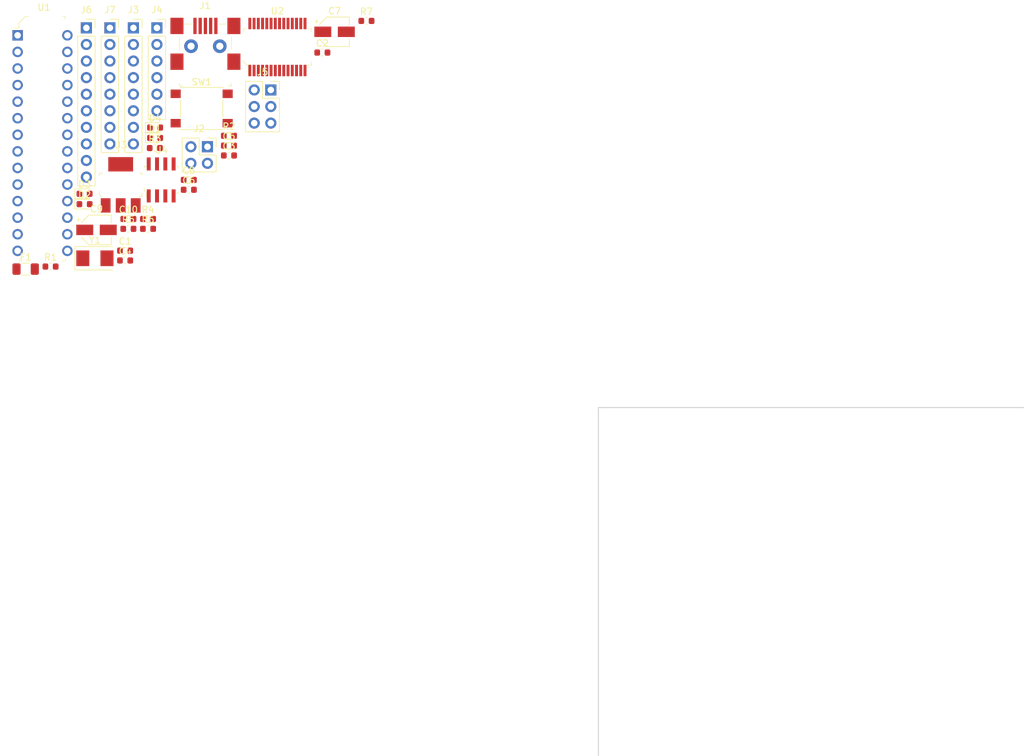
<source format=kicad_pcb>
(kicad_pcb (version 20171130) (host pcbnew "(5.0.0)")

  (general
    (thickness 1.6)
    (drawings 2)
    (tracks 0)
    (zones 0)
    (modules 35)
    (nets 59)
  )

  (page A4)
  (layers
    (0 F.Cu signal)
    (31 B.Cu signal)
    (32 B.Adhes user)
    (33 F.Adhes user)
    (34 B.Paste user)
    (35 F.Paste user)
    (36 B.SilkS user)
    (37 F.SilkS user)
    (38 B.Mask user)
    (39 F.Mask user)
    (40 Dwgs.User user)
    (41 Cmts.User user)
    (42 Eco1.User user)
    (43 Eco2.User user)
    (44 Edge.Cuts user)
    (45 Margin user)
    (46 B.CrtYd user)
    (47 F.CrtYd user)
    (48 B.Fab user)
    (49 F.Fab user)
  )

  (setup
    (last_trace_width 0.25)
    (trace_clearance 0.2)
    (zone_clearance 0.508)
    (zone_45_only no)
    (trace_min 0.2)
    (segment_width 0.2)
    (edge_width 0.15)
    (via_size 0.8)
    (via_drill 0.4)
    (via_min_size 0.4)
    (via_min_drill 0.3)
    (uvia_size 0.3)
    (uvia_drill 0.1)
    (uvias_allowed no)
    (uvia_min_size 0.2)
    (uvia_min_drill 0.1)
    (pcb_text_width 0.3)
    (pcb_text_size 1.5 1.5)
    (mod_edge_width 0.15)
    (mod_text_size 1 1)
    (mod_text_width 0.15)
    (pad_size 1.524 1.524)
    (pad_drill 0.762)
    (pad_to_mask_clearance 0.2)
    (aux_axis_origin 0 0)
    (visible_elements FFFFFF7F)
    (pcbplotparams
      (layerselection 0x010fc_ffffffff)
      (usegerberextensions false)
      (usegerberattributes false)
      (usegerberadvancedattributes false)
      (creategerberjobfile false)
      (excludeedgelayer true)
      (linewidth 0.100000)
      (plotframeref false)
      (viasonmask false)
      (mode 1)
      (useauxorigin false)
      (hpglpennumber 1)
      (hpglpenspeed 20)
      (hpglpendiameter 15.000000)
      (psnegative false)
      (psa4output false)
      (plotreference true)
      (plotvalue true)
      (plotinvisibletext false)
      (padsonsilk false)
      (subtractmaskfromsilk false)
      (outputformat 1)
      (mirror false)
      (drillshape 1)
      (scaleselection 1)
      (outputdirectory ""))
  )

  (net 0 "")
  (net 1 GND)
  (net 2 VCC)
  (net 3 DTR)
  (net 4 "Net-(C2-Pad1)")
  (net 5 "Net-(C3-Pad2)")
  (net 6 "Net-(C4-Pad1)")
  (net 7 "Net-(C5-Pad1)")
  (net 8 Vin)
  (net 9 "Net-(C7-Pad1)")
  (net 10 3.3V)
  (net 11 5V)
  (net 12 "Net-(D1-Pad1)")
  (net 13 "Net-(D1-Pad2)")
  (net 14 "Net-(D2-Pad2)")
  (net 15 "Net-(D2-Pad1)")
  (net 16 "Net-(D3-Pad1)")
  (net 17 D13)
  (net 18 5V_USB)
  (net 19 "Net-(F1-Pad2)")
  (net 20 "Net-(J1-Pad2)")
  (net 21 "Net-(J1-Pad3)")
  (net 22 "Net-(J1-Pad4)")
  (net 23 "Net-(J3-Pad8)")
  (net 24 A5)
  (net 25 A4)
  (net 26 A3)
  (net 27 A2)
  (net 28 A1)
  (net 29 A0)
  (net 30 D12)
  (net 31 D11)
  (net 32 D10)
  (net 33 D9)
  (net 34 D8)
  (net 35 D7)
  (net 36 D6)
  (net 37 D5)
  (net 38 D4)
  (net 39 D3)
  (net 40 D2)
  (net 41 TX)
  (net 42 RX)
  (net 43 "Net-(R3-Pad2)")
  (net 44 "Net-(R6-Pad2)")
  (net 45 "Net-(U2-Pad3)")
  (net 46 "Net-(U2-Pad6)")
  (net 47 "Net-(U2-Pad8)")
  (net 48 "Net-(U2-Pad9)")
  (net 49 "Net-(U2-Pad10)")
  (net 50 "Net-(U2-Pad11)")
  (net 51 "Net-(U2-Pad12)")
  (net 52 "Net-(U2-Pad13)")
  (net 53 "Net-(U2-Pad14)")
  (net 54 "Net-(U2-Pad24)")
  (net 55 "Net-(U2-Pad27)")
  (net 56 "Net-(U2-Pad28)")
  (net 57 "Net-(U4-Pad5)")
  (net 58 "Net-(U4-Pad8)")

  (net_class Default "This is the default net class."
    (clearance 0.2)
    (trace_width 0.25)
    (via_dia 0.8)
    (via_drill 0.4)
    (uvia_dia 0.3)
    (uvia_drill 0.1)
    (add_net 3.3V)
    (add_net 5V)
    (add_net 5V_USB)
    (add_net A0)
    (add_net A1)
    (add_net A2)
    (add_net A3)
    (add_net A4)
    (add_net A5)
    (add_net D10)
    (add_net D11)
    (add_net D12)
    (add_net D13)
    (add_net D2)
    (add_net D3)
    (add_net D4)
    (add_net D5)
    (add_net D6)
    (add_net D7)
    (add_net D8)
    (add_net D9)
    (add_net DTR)
    (add_net GND)
    (add_net "Net-(C2-Pad1)")
    (add_net "Net-(C3-Pad2)")
    (add_net "Net-(C4-Pad1)")
    (add_net "Net-(C5-Pad1)")
    (add_net "Net-(C7-Pad1)")
    (add_net "Net-(D1-Pad1)")
    (add_net "Net-(D1-Pad2)")
    (add_net "Net-(D2-Pad1)")
    (add_net "Net-(D2-Pad2)")
    (add_net "Net-(D3-Pad1)")
    (add_net "Net-(F1-Pad2)")
    (add_net "Net-(J1-Pad2)")
    (add_net "Net-(J1-Pad3)")
    (add_net "Net-(J1-Pad4)")
    (add_net "Net-(J3-Pad8)")
    (add_net "Net-(R3-Pad2)")
    (add_net "Net-(R6-Pad2)")
    (add_net "Net-(U2-Pad10)")
    (add_net "Net-(U2-Pad11)")
    (add_net "Net-(U2-Pad12)")
    (add_net "Net-(U2-Pad13)")
    (add_net "Net-(U2-Pad14)")
    (add_net "Net-(U2-Pad24)")
    (add_net "Net-(U2-Pad27)")
    (add_net "Net-(U2-Pad28)")
    (add_net "Net-(U2-Pad3)")
    (add_net "Net-(U2-Pad6)")
    (add_net "Net-(U2-Pad8)")
    (add_net "Net-(U2-Pad9)")
    (add_net "Net-(U4-Pad5)")
    (add_net "Net-(U4-Pad8)")
    (add_net RX)
    (add_net TX)
    (add_net VCC)
    (add_net Vin)
  )

  (module Capacitor_SMD:C_0603_1608Metric (layer F.Cu) (tedit 5B301BBE) (tstamp 5BC06F6F)
    (at 27.535001 35.955001)
    (descr "Capacitor SMD 0603 (1608 Metric), square (rectangular) end terminal, IPC_7351 nominal, (Body size source: http://www.tortai-tech.com/upload/download/2011102023233369053.pdf), generated with kicad-footprint-generator")
    (tags capacitor)
    (path /5BADE246)
    (attr smd)
    (fp_text reference C1 (at 0 -1.43) (layer F.SilkS)
      (effects (font (size 1 1) (thickness 0.15)))
    )
    (fp_text value 100nF (at 0 1.43) (layer F.Fab)
      (effects (font (size 1 1) (thickness 0.15)))
    )
    (fp_line (start -0.8 0.4) (end -0.8 -0.4) (layer F.Fab) (width 0.1))
    (fp_line (start -0.8 -0.4) (end 0.8 -0.4) (layer F.Fab) (width 0.1))
    (fp_line (start 0.8 -0.4) (end 0.8 0.4) (layer F.Fab) (width 0.1))
    (fp_line (start 0.8 0.4) (end -0.8 0.4) (layer F.Fab) (width 0.1))
    (fp_line (start -0.162779 -0.51) (end 0.162779 -0.51) (layer F.SilkS) (width 0.12))
    (fp_line (start -0.162779 0.51) (end 0.162779 0.51) (layer F.SilkS) (width 0.12))
    (fp_line (start -1.48 0.73) (end -1.48 -0.73) (layer F.CrtYd) (width 0.05))
    (fp_line (start -1.48 -0.73) (end 1.48 -0.73) (layer F.CrtYd) (width 0.05))
    (fp_line (start 1.48 -0.73) (end 1.48 0.73) (layer F.CrtYd) (width 0.05))
    (fp_line (start 1.48 0.73) (end -1.48 0.73) (layer F.CrtYd) (width 0.05))
    (fp_text user %R (at 0 0) (layer F.Fab)
      (effects (font (size 0.4 0.4) (thickness 0.06)))
    )
    (pad 1 smd roundrect (at -0.7875 0) (size 0.875 0.95) (layers F.Cu F.Paste F.Mask) (roundrect_rratio 0.25)
      (net 1 GND))
    (pad 2 smd roundrect (at 0.7875 0) (size 0.875 0.95) (layers F.Cu F.Paste F.Mask) (roundrect_rratio 0.25)
      (net 2 VCC))
    (model ${KISYS3DMOD}/Capacitor_SMD.3dshapes/C_0603_1608Metric.wrl
      (at (xyz 0 0 0))
      (scale (xyz 1 1 1))
      (rotate (xyz 0 0 0))
    )
  )

  (module Capacitor_SMD:C_0603_1608Metric (layer F.Cu) (tedit 5B301BBE) (tstamp 5BC06F80)
    (at 57.735001 5.605001)
    (descr "Capacitor SMD 0603 (1608 Metric), square (rectangular) end terminal, IPC_7351 nominal, (Body size source: http://www.tortai-tech.com/upload/download/2011102023233369053.pdf), generated with kicad-footprint-generator")
    (tags capacitor)
    (path /5BAF7F31)
    (attr smd)
    (fp_text reference C2 (at 0 -1.43) (layer F.SilkS)
      (effects (font (size 1 1) (thickness 0.15)))
    )
    (fp_text value "0.1 uF" (at 0 1.43) (layer F.Fab)
      (effects (font (size 1 1) (thickness 0.15)))
    )
    (fp_text user %R (at 0 0) (layer F.Fab)
      (effects (font (size 0.4 0.4) (thickness 0.06)))
    )
    (fp_line (start 1.48 0.73) (end -1.48 0.73) (layer F.CrtYd) (width 0.05))
    (fp_line (start 1.48 -0.73) (end 1.48 0.73) (layer F.CrtYd) (width 0.05))
    (fp_line (start -1.48 -0.73) (end 1.48 -0.73) (layer F.CrtYd) (width 0.05))
    (fp_line (start -1.48 0.73) (end -1.48 -0.73) (layer F.CrtYd) (width 0.05))
    (fp_line (start -0.162779 0.51) (end 0.162779 0.51) (layer F.SilkS) (width 0.12))
    (fp_line (start -0.162779 -0.51) (end 0.162779 -0.51) (layer F.SilkS) (width 0.12))
    (fp_line (start 0.8 0.4) (end -0.8 0.4) (layer F.Fab) (width 0.1))
    (fp_line (start 0.8 -0.4) (end 0.8 0.4) (layer F.Fab) (width 0.1))
    (fp_line (start -0.8 -0.4) (end 0.8 -0.4) (layer F.Fab) (width 0.1))
    (fp_line (start -0.8 0.4) (end -0.8 -0.4) (layer F.Fab) (width 0.1))
    (pad 2 smd roundrect (at 0.7875 0) (size 0.875 0.95) (layers F.Cu F.Paste F.Mask) (roundrect_rratio 0.25)
      (net 3 DTR))
    (pad 1 smd roundrect (at -0.7875 0) (size 0.875 0.95) (layers F.Cu F.Paste F.Mask) (roundrect_rratio 0.25)
      (net 4 "Net-(C2-Pad1)"))
    (model ${KISYS3DMOD}/Capacitor_SMD.3dshapes/C_0603_1608Metric.wrl
      (at (xyz 0 0 0))
      (scale (xyz 1 1 1))
      (rotate (xyz 0 0 0))
    )
  )

  (module Capacitor_SMD:C_0603_1608Metric (layer F.Cu) (tedit 5B301BBE) (tstamp 5BC06F91)
    (at 43.435001 21.375001)
    (descr "Capacitor SMD 0603 (1608 Metric), square (rectangular) end terminal, IPC_7351 nominal, (Body size source: http://www.tortai-tech.com/upload/download/2011102023233369053.pdf), generated with kicad-footprint-generator")
    (tags capacitor)
    (path /5BADBD80)
    (attr smd)
    (fp_text reference C3 (at 0 -1.43) (layer F.SilkS)
      (effects (font (size 1 1) (thickness 0.15)))
    )
    (fp_text value 1uF (at 0 1.43) (layer F.Fab)
      (effects (font (size 1 1) (thickness 0.15)))
    )
    (fp_line (start -0.8 0.4) (end -0.8 -0.4) (layer F.Fab) (width 0.1))
    (fp_line (start -0.8 -0.4) (end 0.8 -0.4) (layer F.Fab) (width 0.1))
    (fp_line (start 0.8 -0.4) (end 0.8 0.4) (layer F.Fab) (width 0.1))
    (fp_line (start 0.8 0.4) (end -0.8 0.4) (layer F.Fab) (width 0.1))
    (fp_line (start -0.162779 -0.51) (end 0.162779 -0.51) (layer F.SilkS) (width 0.12))
    (fp_line (start -0.162779 0.51) (end 0.162779 0.51) (layer F.SilkS) (width 0.12))
    (fp_line (start -1.48 0.73) (end -1.48 -0.73) (layer F.CrtYd) (width 0.05))
    (fp_line (start -1.48 -0.73) (end 1.48 -0.73) (layer F.CrtYd) (width 0.05))
    (fp_line (start 1.48 -0.73) (end 1.48 0.73) (layer F.CrtYd) (width 0.05))
    (fp_line (start 1.48 0.73) (end -1.48 0.73) (layer F.CrtYd) (width 0.05))
    (fp_text user %R (at 0 0) (layer F.Fab)
      (effects (font (size 0.4 0.4) (thickness 0.06)))
    )
    (pad 1 smd roundrect (at -0.7875 0) (size 0.875 0.95) (layers F.Cu F.Paste F.Mask) (roundrect_rratio 0.25)
      (net 1 GND))
    (pad 2 smd roundrect (at 0.7875 0) (size 0.875 0.95) (layers F.Cu F.Paste F.Mask) (roundrect_rratio 0.25)
      (net 5 "Net-(C3-Pad2)"))
    (model ${KISYS3DMOD}/Capacitor_SMD.3dshapes/C_0603_1608Metric.wrl
      (at (xyz 0 0 0))
      (scale (xyz 1 1 1))
      (rotate (xyz 0 0 0))
    )
  )

  (module Capacitor_SMD:C_0603_1608Metric (layer F.Cu) (tedit 5B301BBE) (tstamp 5BC06FA2)
    (at 27.535001 37.465001)
    (descr "Capacitor SMD 0603 (1608 Metric), square (rectangular) end terminal, IPC_7351 nominal, (Body size source: http://www.tortai-tech.com/upload/download/2011102023233369053.pdf), generated with kicad-footprint-generator")
    (tags capacitor)
    (path /5BAFCD9A)
    (attr smd)
    (fp_text reference C4 (at 0 -1.43) (layer F.SilkS)
      (effects (font (size 1 1) (thickness 0.15)))
    )
    (fp_text value 22pF (at 0 1.43) (layer F.Fab)
      (effects (font (size 1 1) (thickness 0.15)))
    )
    (fp_text user %R (at 0 0) (layer F.Fab)
      (effects (font (size 0.4 0.4) (thickness 0.06)))
    )
    (fp_line (start 1.48 0.73) (end -1.48 0.73) (layer F.CrtYd) (width 0.05))
    (fp_line (start 1.48 -0.73) (end 1.48 0.73) (layer F.CrtYd) (width 0.05))
    (fp_line (start -1.48 -0.73) (end 1.48 -0.73) (layer F.CrtYd) (width 0.05))
    (fp_line (start -1.48 0.73) (end -1.48 -0.73) (layer F.CrtYd) (width 0.05))
    (fp_line (start -0.162779 0.51) (end 0.162779 0.51) (layer F.SilkS) (width 0.12))
    (fp_line (start -0.162779 -0.51) (end 0.162779 -0.51) (layer F.SilkS) (width 0.12))
    (fp_line (start 0.8 0.4) (end -0.8 0.4) (layer F.Fab) (width 0.1))
    (fp_line (start 0.8 -0.4) (end 0.8 0.4) (layer F.Fab) (width 0.1))
    (fp_line (start -0.8 -0.4) (end 0.8 -0.4) (layer F.Fab) (width 0.1))
    (fp_line (start -0.8 0.4) (end -0.8 -0.4) (layer F.Fab) (width 0.1))
    (pad 2 smd roundrect (at 0.7875 0) (size 0.875 0.95) (layers F.Cu F.Paste F.Mask) (roundrect_rratio 0.25)
      (net 1 GND))
    (pad 1 smd roundrect (at -0.7875 0) (size 0.875 0.95) (layers F.Cu F.Paste F.Mask) (roundrect_rratio 0.25)
      (net 6 "Net-(C4-Pad1)"))
    (model ${KISYS3DMOD}/Capacitor_SMD.3dshapes/C_0603_1608Metric.wrl
      (at (xyz 0 0 0))
      (scale (xyz 1 1 1))
      (rotate (xyz 0 0 0))
    )
  )

  (module Capacitor_SMD:C_0603_1608Metric (layer F.Cu) (tedit 5B301BBE) (tstamp 5BC06FB3)
    (at 43.435001 19.865001)
    (descr "Capacitor SMD 0603 (1608 Metric), square (rectangular) end terminal, IPC_7351 nominal, (Body size source: http://www.tortai-tech.com/upload/download/2011102023233369053.pdf), generated with kicad-footprint-generator")
    (tags capacitor)
    (path /5BB0BA69)
    (attr smd)
    (fp_text reference C5 (at 0 -1.43) (layer F.SilkS)
      (effects (font (size 1 1) (thickness 0.15)))
    )
    (fp_text value 22pF (at 0 1.43) (layer F.Fab)
      (effects (font (size 1 1) (thickness 0.15)))
    )
    (fp_line (start -0.8 0.4) (end -0.8 -0.4) (layer F.Fab) (width 0.1))
    (fp_line (start -0.8 -0.4) (end 0.8 -0.4) (layer F.Fab) (width 0.1))
    (fp_line (start 0.8 -0.4) (end 0.8 0.4) (layer F.Fab) (width 0.1))
    (fp_line (start 0.8 0.4) (end -0.8 0.4) (layer F.Fab) (width 0.1))
    (fp_line (start -0.162779 -0.51) (end 0.162779 -0.51) (layer F.SilkS) (width 0.12))
    (fp_line (start -0.162779 0.51) (end 0.162779 0.51) (layer F.SilkS) (width 0.12))
    (fp_line (start -1.48 0.73) (end -1.48 -0.73) (layer F.CrtYd) (width 0.05))
    (fp_line (start -1.48 -0.73) (end 1.48 -0.73) (layer F.CrtYd) (width 0.05))
    (fp_line (start 1.48 -0.73) (end 1.48 0.73) (layer F.CrtYd) (width 0.05))
    (fp_line (start 1.48 0.73) (end -1.48 0.73) (layer F.CrtYd) (width 0.05))
    (fp_text user %R (at 0 0) (layer F.Fab)
      (effects (font (size 0.4 0.4) (thickness 0.06)))
    )
    (pad 1 smd roundrect (at -0.7875 0) (size 0.875 0.95) (layers F.Cu F.Paste F.Mask) (roundrect_rratio 0.25)
      (net 7 "Net-(C5-Pad1)"))
    (pad 2 smd roundrect (at 0.7875 0) (size 0.875 0.95) (layers F.Cu F.Paste F.Mask) (roundrect_rratio 0.25)
      (net 1 GND))
    (model ${KISYS3DMOD}/Capacitor_SMD.3dshapes/C_0603_1608Metric.wrl
      (at (xyz 0 0 0))
      (scale (xyz 1 1 1))
      (rotate (xyz 0 0 0))
    )
  )

  (module Capacitor_SMD:C_0603_1608Metric (layer F.Cu) (tedit 5B301BBE) (tstamp 5BC06FC4)
    (at 37.285001 26.625001)
    (descr "Capacitor SMD 0603 (1608 Metric), square (rectangular) end terminal, IPC_7351 nominal, (Body size source: http://www.tortai-tech.com/upload/download/2011102023233369053.pdf), generated with kicad-footprint-generator")
    (tags capacitor)
    (path /5BAC0CEE)
    (attr smd)
    (fp_text reference C6 (at 0 -1.43) (layer F.SilkS)
      (effects (font (size 1 1) (thickness 0.15)))
    )
    (fp_text value 1uF (at 0 1.43) (layer F.Fab)
      (effects (font (size 1 1) (thickness 0.15)))
    )
    (fp_line (start -0.8 0.4) (end -0.8 -0.4) (layer F.Fab) (width 0.1))
    (fp_line (start -0.8 -0.4) (end 0.8 -0.4) (layer F.Fab) (width 0.1))
    (fp_line (start 0.8 -0.4) (end 0.8 0.4) (layer F.Fab) (width 0.1))
    (fp_line (start 0.8 0.4) (end -0.8 0.4) (layer F.Fab) (width 0.1))
    (fp_line (start -0.162779 -0.51) (end 0.162779 -0.51) (layer F.SilkS) (width 0.12))
    (fp_line (start -0.162779 0.51) (end 0.162779 0.51) (layer F.SilkS) (width 0.12))
    (fp_line (start -1.48 0.73) (end -1.48 -0.73) (layer F.CrtYd) (width 0.05))
    (fp_line (start -1.48 -0.73) (end 1.48 -0.73) (layer F.CrtYd) (width 0.05))
    (fp_line (start 1.48 -0.73) (end 1.48 0.73) (layer F.CrtYd) (width 0.05))
    (fp_line (start 1.48 0.73) (end -1.48 0.73) (layer F.CrtYd) (width 0.05))
    (fp_text user %R (at 0 0) (layer F.Fab)
      (effects (font (size 0.4 0.4) (thickness 0.06)))
    )
    (pad 1 smd roundrect (at -0.7875 0) (size 0.875 0.95) (layers F.Cu F.Paste F.Mask) (roundrect_rratio 0.25)
      (net 8 Vin))
    (pad 2 smd roundrect (at 0.7875 0) (size 0.875 0.95) (layers F.Cu F.Paste F.Mask) (roundrect_rratio 0.25)
      (net 1 GND))
    (model ${KISYS3DMOD}/Capacitor_SMD.3dshapes/C_0603_1608Metric.wrl
      (at (xyz 0 0 0))
      (scale (xyz 1 1 1))
      (rotate (xyz 0 0 0))
    )
  )

  (module Capacitor_SMD:CP_Elec_4x5.3 (layer F.Cu) (tedit 5B3026A2) (tstamp 5BC06FEC)
    (at 59.605001 2.425001)
    (descr "SMT capacitor, aluminium electrolytic, 4x5.3, Vishay ")
    (tags "Capacitor Electrolytic")
    (path /5BAC1C12)
    (attr smd)
    (fp_text reference C7 (at 0 -3.2) (layer F.SilkS)
      (effects (font (size 1 1) (thickness 0.15)))
    )
    (fp_text value 47uF (at 0 3.2) (layer F.Fab)
      (effects (font (size 1 1) (thickness 0.15)))
    )
    (fp_text user %R (at 0 0) (layer F.Fab)
      (effects (font (size 0.8 0.8) (thickness 0.12)))
    )
    (fp_line (start -3.35 1.05) (end -2.4 1.05) (layer F.CrtYd) (width 0.05))
    (fp_line (start -3.35 -1.05) (end -3.35 1.05) (layer F.CrtYd) (width 0.05))
    (fp_line (start -2.4 -1.05) (end -3.35 -1.05) (layer F.CrtYd) (width 0.05))
    (fp_line (start -2.4 1.05) (end -2.4 1.25) (layer F.CrtYd) (width 0.05))
    (fp_line (start -2.4 -1.25) (end -2.4 -1.05) (layer F.CrtYd) (width 0.05))
    (fp_line (start -2.4 -1.25) (end -1.25 -2.4) (layer F.CrtYd) (width 0.05))
    (fp_line (start -2.4 1.25) (end -1.25 2.4) (layer F.CrtYd) (width 0.05))
    (fp_line (start -1.25 -2.4) (end 2.4 -2.4) (layer F.CrtYd) (width 0.05))
    (fp_line (start -1.25 2.4) (end 2.4 2.4) (layer F.CrtYd) (width 0.05))
    (fp_line (start 2.4 1.05) (end 2.4 2.4) (layer F.CrtYd) (width 0.05))
    (fp_line (start 3.35 1.05) (end 2.4 1.05) (layer F.CrtYd) (width 0.05))
    (fp_line (start 3.35 -1.05) (end 3.35 1.05) (layer F.CrtYd) (width 0.05))
    (fp_line (start 2.4 -1.05) (end 3.35 -1.05) (layer F.CrtYd) (width 0.05))
    (fp_line (start 2.4 -2.4) (end 2.4 -1.05) (layer F.CrtYd) (width 0.05))
    (fp_line (start -2.75 -1.81) (end -2.75 -1.31) (layer F.SilkS) (width 0.12))
    (fp_line (start -3 -1.56) (end -2.5 -1.56) (layer F.SilkS) (width 0.12))
    (fp_line (start -2.26 1.195563) (end -1.195563 2.26) (layer F.SilkS) (width 0.12))
    (fp_line (start -2.26 -1.195563) (end -1.195563 -2.26) (layer F.SilkS) (width 0.12))
    (fp_line (start -2.26 -1.195563) (end -2.26 -1.06) (layer F.SilkS) (width 0.12))
    (fp_line (start -2.26 1.195563) (end -2.26 1.06) (layer F.SilkS) (width 0.12))
    (fp_line (start -1.195563 2.26) (end 2.26 2.26) (layer F.SilkS) (width 0.12))
    (fp_line (start -1.195563 -2.26) (end 2.26 -2.26) (layer F.SilkS) (width 0.12))
    (fp_line (start 2.26 -2.26) (end 2.26 -1.06) (layer F.SilkS) (width 0.12))
    (fp_line (start 2.26 2.26) (end 2.26 1.06) (layer F.SilkS) (width 0.12))
    (fp_line (start -1.374773 -1.2) (end -1.374773 -0.8) (layer F.Fab) (width 0.1))
    (fp_line (start -1.574773 -1) (end -1.174773 -1) (layer F.Fab) (width 0.1))
    (fp_line (start -2.15 1.15) (end -1.15 2.15) (layer F.Fab) (width 0.1))
    (fp_line (start -2.15 -1.15) (end -1.15 -2.15) (layer F.Fab) (width 0.1))
    (fp_line (start -2.15 -1.15) (end -2.15 1.15) (layer F.Fab) (width 0.1))
    (fp_line (start -1.15 2.15) (end 2.15 2.15) (layer F.Fab) (width 0.1))
    (fp_line (start -1.15 -2.15) (end 2.15 -2.15) (layer F.Fab) (width 0.1))
    (fp_line (start 2.15 -2.15) (end 2.15 2.15) (layer F.Fab) (width 0.1))
    (fp_circle (center 0 0) (end 2 0) (layer F.Fab) (width 0.1))
    (pad 2 smd rect (at 1.8 0) (size 2.6 1.6) (layers F.Cu F.Paste F.Mask)
      (net 1 GND))
    (pad 1 smd rect (at -1.8 0) (size 2.6 1.6) (layers F.Cu F.Paste F.Mask)
      (net 9 "Net-(C7-Pad1)"))
    (model ${KISYS3DMOD}/Capacitor_SMD.3dshapes/CP_Elec_4x5.3.wrl
      (at (xyz 0 0 0))
      (scale (xyz 1 1 1))
      (rotate (xyz 0 0 0))
    )
  )

  (module Capacitor_SMD:C_0603_1608Metric (layer F.Cu) (tedit 5B301BBE) (tstamp 5BC06FFD)
    (at 37.285001 25.115001)
    (descr "Capacitor SMD 0603 (1608 Metric), square (rectangular) end terminal, IPC_7351 nominal, (Body size source: http://www.tortai-tech.com/upload/download/2011102023233369053.pdf), generated with kicad-footprint-generator")
    (tags capacitor)
    (path /5BAC0C2F)
    (attr smd)
    (fp_text reference C8 (at 0 -1.43) (layer F.SilkS)
      (effects (font (size 1 1) (thickness 0.15)))
    )
    (fp_text value 1uF (at 0 1.43) (layer F.Fab)
      (effects (font (size 1 1) (thickness 0.15)))
    )
    (fp_text user %R (at 0 0) (layer F.Fab)
      (effects (font (size 0.4 0.4) (thickness 0.06)))
    )
    (fp_line (start 1.48 0.73) (end -1.48 0.73) (layer F.CrtYd) (width 0.05))
    (fp_line (start 1.48 -0.73) (end 1.48 0.73) (layer F.CrtYd) (width 0.05))
    (fp_line (start -1.48 -0.73) (end 1.48 -0.73) (layer F.CrtYd) (width 0.05))
    (fp_line (start -1.48 0.73) (end -1.48 -0.73) (layer F.CrtYd) (width 0.05))
    (fp_line (start -0.162779 0.51) (end 0.162779 0.51) (layer F.SilkS) (width 0.12))
    (fp_line (start -0.162779 -0.51) (end 0.162779 -0.51) (layer F.SilkS) (width 0.12))
    (fp_line (start 0.8 0.4) (end -0.8 0.4) (layer F.Fab) (width 0.1))
    (fp_line (start 0.8 -0.4) (end 0.8 0.4) (layer F.Fab) (width 0.1))
    (fp_line (start -0.8 -0.4) (end 0.8 -0.4) (layer F.Fab) (width 0.1))
    (fp_line (start -0.8 0.4) (end -0.8 -0.4) (layer F.Fab) (width 0.1))
    (pad 2 smd roundrect (at 0.7875 0) (size 0.875 0.95) (layers F.Cu F.Paste F.Mask) (roundrect_rratio 0.25)
      (net 1 GND))
    (pad 1 smd roundrect (at -0.7875 0) (size 0.875 0.95) (layers F.Cu F.Paste F.Mask) (roundrect_rratio 0.25)
      (net 10 3.3V))
    (model ${KISYS3DMOD}/Capacitor_SMD.3dshapes/C_0603_1608Metric.wrl
      (at (xyz 0 0 0))
      (scale (xyz 1 1 1))
      (rotate (xyz 0 0 0))
    )
  )

  (module Capacitor_SMD:CP_Elec_4x5.3 (layer F.Cu) (tedit 5B3026A2) (tstamp 5BC07025)
    (at 23.155001 32.775001)
    (descr "SMT capacitor, aluminium electrolytic, 4x5.3, Vishay ")
    (tags "Capacitor Electrolytic")
    (path /5BAC3CF5)
    (attr smd)
    (fp_text reference C9 (at 0 -3.2) (layer F.SilkS)
      (effects (font (size 1 1) (thickness 0.15)))
    )
    (fp_text value 47uf (at 0 3.2) (layer F.Fab)
      (effects (font (size 1 1) (thickness 0.15)))
    )
    (fp_circle (center 0 0) (end 2 0) (layer F.Fab) (width 0.1))
    (fp_line (start 2.15 -2.15) (end 2.15 2.15) (layer F.Fab) (width 0.1))
    (fp_line (start -1.15 -2.15) (end 2.15 -2.15) (layer F.Fab) (width 0.1))
    (fp_line (start -1.15 2.15) (end 2.15 2.15) (layer F.Fab) (width 0.1))
    (fp_line (start -2.15 -1.15) (end -2.15 1.15) (layer F.Fab) (width 0.1))
    (fp_line (start -2.15 -1.15) (end -1.15 -2.15) (layer F.Fab) (width 0.1))
    (fp_line (start -2.15 1.15) (end -1.15 2.15) (layer F.Fab) (width 0.1))
    (fp_line (start -1.574773 -1) (end -1.174773 -1) (layer F.Fab) (width 0.1))
    (fp_line (start -1.374773 -1.2) (end -1.374773 -0.8) (layer F.Fab) (width 0.1))
    (fp_line (start 2.26 2.26) (end 2.26 1.06) (layer F.SilkS) (width 0.12))
    (fp_line (start 2.26 -2.26) (end 2.26 -1.06) (layer F.SilkS) (width 0.12))
    (fp_line (start -1.195563 -2.26) (end 2.26 -2.26) (layer F.SilkS) (width 0.12))
    (fp_line (start -1.195563 2.26) (end 2.26 2.26) (layer F.SilkS) (width 0.12))
    (fp_line (start -2.26 1.195563) (end -2.26 1.06) (layer F.SilkS) (width 0.12))
    (fp_line (start -2.26 -1.195563) (end -2.26 -1.06) (layer F.SilkS) (width 0.12))
    (fp_line (start -2.26 -1.195563) (end -1.195563 -2.26) (layer F.SilkS) (width 0.12))
    (fp_line (start -2.26 1.195563) (end -1.195563 2.26) (layer F.SilkS) (width 0.12))
    (fp_line (start -3 -1.56) (end -2.5 -1.56) (layer F.SilkS) (width 0.12))
    (fp_line (start -2.75 -1.81) (end -2.75 -1.31) (layer F.SilkS) (width 0.12))
    (fp_line (start 2.4 -2.4) (end 2.4 -1.05) (layer F.CrtYd) (width 0.05))
    (fp_line (start 2.4 -1.05) (end 3.35 -1.05) (layer F.CrtYd) (width 0.05))
    (fp_line (start 3.35 -1.05) (end 3.35 1.05) (layer F.CrtYd) (width 0.05))
    (fp_line (start 3.35 1.05) (end 2.4 1.05) (layer F.CrtYd) (width 0.05))
    (fp_line (start 2.4 1.05) (end 2.4 2.4) (layer F.CrtYd) (width 0.05))
    (fp_line (start -1.25 2.4) (end 2.4 2.4) (layer F.CrtYd) (width 0.05))
    (fp_line (start -1.25 -2.4) (end 2.4 -2.4) (layer F.CrtYd) (width 0.05))
    (fp_line (start -2.4 1.25) (end -1.25 2.4) (layer F.CrtYd) (width 0.05))
    (fp_line (start -2.4 -1.25) (end -1.25 -2.4) (layer F.CrtYd) (width 0.05))
    (fp_line (start -2.4 -1.25) (end -2.4 -1.05) (layer F.CrtYd) (width 0.05))
    (fp_line (start -2.4 1.05) (end -2.4 1.25) (layer F.CrtYd) (width 0.05))
    (fp_line (start -2.4 -1.05) (end -3.35 -1.05) (layer F.CrtYd) (width 0.05))
    (fp_line (start -3.35 -1.05) (end -3.35 1.05) (layer F.CrtYd) (width 0.05))
    (fp_line (start -3.35 1.05) (end -2.4 1.05) (layer F.CrtYd) (width 0.05))
    (fp_text user %R (at 0 0) (layer F.Fab)
      (effects (font (size 0.8 0.8) (thickness 0.12)))
    )
    (pad 1 smd rect (at -1.8 0) (size 2.6 1.6) (layers F.Cu F.Paste F.Mask)
      (net 11 5V))
    (pad 2 smd rect (at 1.8 0) (size 2.6 1.6) (layers F.Cu F.Paste F.Mask)
      (net 1 GND))
    (model ${KISYS3DMOD}/Capacitor_SMD.3dshapes/CP_Elec_4x5.3.wrl
      (at (xyz 0 0 0))
      (scale (xyz 1 1 1))
      (rotate (xyz 0 0 0))
    )
  )

  (module Capacitor_SMD:C_0603_1608Metric (layer F.Cu) (tedit 5B301BBE) (tstamp 5BC07036)
    (at 28.035001 31.105001)
    (descr "Capacitor SMD 0603 (1608 Metric), square (rectangular) end terminal, IPC_7351 nominal, (Body size source: http://www.tortai-tech.com/upload/download/2011102023233369053.pdf), generated with kicad-footprint-generator")
    (tags capacitor)
    (path /5BAC3C8F)
    (attr smd)
    (fp_text reference C10 (at 0 -1.43) (layer F.SilkS)
      (effects (font (size 1 1) (thickness 0.15)))
    )
    (fp_text value 100nF (at 0 1.43) (layer F.Fab)
      (effects (font (size 1 1) (thickness 0.15)))
    )
    (fp_text user %R (at 0 0) (layer F.Fab)
      (effects (font (size 0.4 0.4) (thickness 0.06)))
    )
    (fp_line (start 1.48 0.73) (end -1.48 0.73) (layer F.CrtYd) (width 0.05))
    (fp_line (start 1.48 -0.73) (end 1.48 0.73) (layer F.CrtYd) (width 0.05))
    (fp_line (start -1.48 -0.73) (end 1.48 -0.73) (layer F.CrtYd) (width 0.05))
    (fp_line (start -1.48 0.73) (end -1.48 -0.73) (layer F.CrtYd) (width 0.05))
    (fp_line (start -0.162779 0.51) (end 0.162779 0.51) (layer F.SilkS) (width 0.12))
    (fp_line (start -0.162779 -0.51) (end 0.162779 -0.51) (layer F.SilkS) (width 0.12))
    (fp_line (start 0.8 0.4) (end -0.8 0.4) (layer F.Fab) (width 0.1))
    (fp_line (start 0.8 -0.4) (end 0.8 0.4) (layer F.Fab) (width 0.1))
    (fp_line (start -0.8 -0.4) (end 0.8 -0.4) (layer F.Fab) (width 0.1))
    (fp_line (start -0.8 0.4) (end -0.8 -0.4) (layer F.Fab) (width 0.1))
    (pad 2 smd roundrect (at 0.7875 0) (size 0.875 0.95) (layers F.Cu F.Paste F.Mask) (roundrect_rratio 0.25)
      (net 1 GND))
    (pad 1 smd roundrect (at -0.7875 0) (size 0.875 0.95) (layers F.Cu F.Paste F.Mask) (roundrect_rratio 0.25)
      (net 11 5V))
    (model ${KISYS3DMOD}/Capacitor_SMD.3dshapes/C_0603_1608Metric.wrl
      (at (xyz 0 0 0))
      (scale (xyz 1 1 1))
      (rotate (xyz 0 0 0))
    )
  )

  (module LED_SMD:LED_0603_1608Metric (layer F.Cu) (tedit 5B301BBE) (tstamp 5BC07049)
    (at 32.125001 18.685001)
    (descr "LED SMD 0603 (1608 Metric), square (rectangular) end terminal, IPC_7351 nominal, (Body size source: http://www.tortai-tech.com/upload/download/2011102023233369053.pdf), generated with kicad-footprint-generator")
    (tags diode)
    (path /5BACECAA)
    (attr smd)
    (fp_text reference D1 (at 0 -1.43) (layer F.SilkS)
      (effects (font (size 1 1) (thickness 0.15)))
    )
    (fp_text value LED (at 0 1.43) (layer F.Fab)
      (effects (font (size 1 1) (thickness 0.15)))
    )
    (fp_line (start 0.8 -0.4) (end -0.5 -0.4) (layer F.Fab) (width 0.1))
    (fp_line (start -0.5 -0.4) (end -0.8 -0.1) (layer F.Fab) (width 0.1))
    (fp_line (start -0.8 -0.1) (end -0.8 0.4) (layer F.Fab) (width 0.1))
    (fp_line (start -0.8 0.4) (end 0.8 0.4) (layer F.Fab) (width 0.1))
    (fp_line (start 0.8 0.4) (end 0.8 -0.4) (layer F.Fab) (width 0.1))
    (fp_line (start 0.8 -0.735) (end -1.485 -0.735) (layer F.SilkS) (width 0.12))
    (fp_line (start -1.485 -0.735) (end -1.485 0.735) (layer F.SilkS) (width 0.12))
    (fp_line (start -1.485 0.735) (end 0.8 0.735) (layer F.SilkS) (width 0.12))
    (fp_line (start -1.48 0.73) (end -1.48 -0.73) (layer F.CrtYd) (width 0.05))
    (fp_line (start -1.48 -0.73) (end 1.48 -0.73) (layer F.CrtYd) (width 0.05))
    (fp_line (start 1.48 -0.73) (end 1.48 0.73) (layer F.CrtYd) (width 0.05))
    (fp_line (start 1.48 0.73) (end -1.48 0.73) (layer F.CrtYd) (width 0.05))
    (fp_text user %R (at 0 0) (layer F.Fab)
      (effects (font (size 0.4 0.4) (thickness 0.06)))
    )
    (pad 1 smd roundrect (at -0.7875 0) (size 0.875 0.95) (layers F.Cu F.Paste F.Mask) (roundrect_rratio 0.25)
      (net 12 "Net-(D1-Pad1)"))
    (pad 2 smd roundrect (at 0.7875 0) (size 0.875 0.95) (layers F.Cu F.Paste F.Mask) (roundrect_rratio 0.25)
      (net 13 "Net-(D1-Pad2)"))
    (model ${KISYS3DMOD}/LED_SMD.3dshapes/LED_0603_1608Metric.wrl
      (at (xyz 0 0 0))
      (scale (xyz 1 1 1))
      (rotate (xyz 0 0 0))
    )
  )

  (module LED_SMD:LED_0603_1608Metric (layer F.Cu) (tedit 5B301BBE) (tstamp 5BC0705C)
    (at 21.325001 28.835001)
    (descr "LED SMD 0603 (1608 Metric), square (rectangular) end terminal, IPC_7351 nominal, (Body size source: http://www.tortai-tech.com/upload/download/2011102023233369053.pdf), generated with kicad-footprint-generator")
    (tags diode)
    (path /5BACED06)
    (attr smd)
    (fp_text reference D2 (at 0 -1.43) (layer F.SilkS)
      (effects (font (size 1 1) (thickness 0.15)))
    )
    (fp_text value LED (at 0 1.43) (layer F.Fab)
      (effects (font (size 1 1) (thickness 0.15)))
    )
    (fp_text user %R (at 0 0) (layer F.Fab)
      (effects (font (size 0.4 0.4) (thickness 0.06)))
    )
    (fp_line (start 1.48 0.73) (end -1.48 0.73) (layer F.CrtYd) (width 0.05))
    (fp_line (start 1.48 -0.73) (end 1.48 0.73) (layer F.CrtYd) (width 0.05))
    (fp_line (start -1.48 -0.73) (end 1.48 -0.73) (layer F.CrtYd) (width 0.05))
    (fp_line (start -1.48 0.73) (end -1.48 -0.73) (layer F.CrtYd) (width 0.05))
    (fp_line (start -1.485 0.735) (end 0.8 0.735) (layer F.SilkS) (width 0.12))
    (fp_line (start -1.485 -0.735) (end -1.485 0.735) (layer F.SilkS) (width 0.12))
    (fp_line (start 0.8 -0.735) (end -1.485 -0.735) (layer F.SilkS) (width 0.12))
    (fp_line (start 0.8 0.4) (end 0.8 -0.4) (layer F.Fab) (width 0.1))
    (fp_line (start -0.8 0.4) (end 0.8 0.4) (layer F.Fab) (width 0.1))
    (fp_line (start -0.8 -0.1) (end -0.8 0.4) (layer F.Fab) (width 0.1))
    (fp_line (start -0.5 -0.4) (end -0.8 -0.1) (layer F.Fab) (width 0.1))
    (fp_line (start 0.8 -0.4) (end -0.5 -0.4) (layer F.Fab) (width 0.1))
    (pad 2 smd roundrect (at 0.7875 0) (size 0.875 0.95) (layers F.Cu F.Paste F.Mask) (roundrect_rratio 0.25)
      (net 14 "Net-(D2-Pad2)"))
    (pad 1 smd roundrect (at -0.7875 0) (size 0.875 0.95) (layers F.Cu F.Paste F.Mask) (roundrect_rratio 0.25)
      (net 15 "Net-(D2-Pad1)"))
    (model ${KISYS3DMOD}/LED_SMD.3dshapes/LED_0603_1608Metric.wrl
      (at (xyz 0 0 0))
      (scale (xyz 1 1 1))
      (rotate (xyz 0 0 0))
    )
  )

  (module LED_SMD:LED_0603_1608Metric (layer F.Cu) (tedit 5B301BBE) (tstamp 5BC0706F)
    (at 21.325001 27.245001)
    (descr "LED SMD 0603 (1608 Metric), square (rectangular) end terminal, IPC_7351 nominal, (Body size source: http://www.tortai-tech.com/upload/download/2011102023233369053.pdf), generated with kicad-footprint-generator")
    (tags diode)
    (path /5BB0BB07)
    (attr smd)
    (fp_text reference D3 (at 0 -1.43) (layer F.SilkS)
      (effects (font (size 1 1) (thickness 0.15)))
    )
    (fp_text value LED (at 0 1.43) (layer F.Fab)
      (effects (font (size 1 1) (thickness 0.15)))
    )
    (fp_line (start 0.8 -0.4) (end -0.5 -0.4) (layer F.Fab) (width 0.1))
    (fp_line (start -0.5 -0.4) (end -0.8 -0.1) (layer F.Fab) (width 0.1))
    (fp_line (start -0.8 -0.1) (end -0.8 0.4) (layer F.Fab) (width 0.1))
    (fp_line (start -0.8 0.4) (end 0.8 0.4) (layer F.Fab) (width 0.1))
    (fp_line (start 0.8 0.4) (end 0.8 -0.4) (layer F.Fab) (width 0.1))
    (fp_line (start 0.8 -0.735) (end -1.485 -0.735) (layer F.SilkS) (width 0.12))
    (fp_line (start -1.485 -0.735) (end -1.485 0.735) (layer F.SilkS) (width 0.12))
    (fp_line (start -1.485 0.735) (end 0.8 0.735) (layer F.SilkS) (width 0.12))
    (fp_line (start -1.48 0.73) (end -1.48 -0.73) (layer F.CrtYd) (width 0.05))
    (fp_line (start -1.48 -0.73) (end 1.48 -0.73) (layer F.CrtYd) (width 0.05))
    (fp_line (start 1.48 -0.73) (end 1.48 0.73) (layer F.CrtYd) (width 0.05))
    (fp_line (start 1.48 0.73) (end -1.48 0.73) (layer F.CrtYd) (width 0.05))
    (fp_text user %R (at 0 0) (layer F.Fab)
      (effects (font (size 0.4 0.4) (thickness 0.06)))
    )
    (pad 1 smd roundrect (at -0.7875 0) (size 0.875 0.95) (layers F.Cu F.Paste F.Mask) (roundrect_rratio 0.25)
      (net 16 "Net-(D3-Pad1)"))
    (pad 2 smd roundrect (at 0.7875 0) (size 0.875 0.95) (layers F.Cu F.Paste F.Mask) (roundrect_rratio 0.25)
      (net 17 D13))
    (model ${KISYS3DMOD}/LED_SMD.3dshapes/LED_0603_1608Metric.wrl
      (at (xyz 0 0 0))
      (scale (xyz 1 1 1))
      (rotate (xyz 0 0 0))
    )
  )

  (module Diode_SMD:D_0603_1608Metric (layer F.Cu) (tedit 5B301BBE) (tstamp 5BC07082)
    (at 32.125001 17.095001)
    (descr "Diode SMD 0603 (1608 Metric), square (rectangular) end terminal, IPC_7351 nominal, (Body size source: http://www.tortai-tech.com/upload/download/2011102023233369053.pdf), generated with kicad-footprint-generator")
    (tags diode)
    (path /5BAC1AD4)
    (attr smd)
    (fp_text reference D4 (at 0 -1.43) (layer F.SilkS)
      (effects (font (size 1 1) (thickness 0.15)))
    )
    (fp_text value D1 (at 0 1.43) (layer F.Fab)
      (effects (font (size 1 1) (thickness 0.15)))
    )
    (fp_line (start 0.8 -0.4) (end -0.5 -0.4) (layer F.Fab) (width 0.1))
    (fp_line (start -0.5 -0.4) (end -0.8 -0.1) (layer F.Fab) (width 0.1))
    (fp_line (start -0.8 -0.1) (end -0.8 0.4) (layer F.Fab) (width 0.1))
    (fp_line (start -0.8 0.4) (end 0.8 0.4) (layer F.Fab) (width 0.1))
    (fp_line (start 0.8 0.4) (end 0.8 -0.4) (layer F.Fab) (width 0.1))
    (fp_line (start 0.8 -0.735) (end -1.485 -0.735) (layer F.SilkS) (width 0.12))
    (fp_line (start -1.485 -0.735) (end -1.485 0.735) (layer F.SilkS) (width 0.12))
    (fp_line (start -1.485 0.735) (end 0.8 0.735) (layer F.SilkS) (width 0.12))
    (fp_line (start -1.48 0.73) (end -1.48 -0.73) (layer F.CrtYd) (width 0.05))
    (fp_line (start -1.48 -0.73) (end 1.48 -0.73) (layer F.CrtYd) (width 0.05))
    (fp_line (start 1.48 -0.73) (end 1.48 0.73) (layer F.CrtYd) (width 0.05))
    (fp_line (start 1.48 0.73) (end -1.48 0.73) (layer F.CrtYd) (width 0.05))
    (fp_text user %R (at 0 0) (layer F.Fab)
      (effects (font (size 0.4 0.4) (thickness 0.06)))
    )
    (pad 1 smd roundrect (at -0.7875 0) (size 0.875 0.95) (layers F.Cu F.Paste F.Mask) (roundrect_rratio 0.25)
      (net 9 "Net-(C7-Pad1)"))
    (pad 2 smd roundrect (at 0.7875 0) (size 0.875 0.95) (layers F.Cu F.Paste F.Mask) (roundrect_rratio 0.25)
      (net 8 Vin))
    (model ${KISYS3DMOD}/Diode_SMD.3dshapes/D_0603_1608Metric.wrl
      (at (xyz 0 0 0))
      (scale (xyz 1 1 1))
      (rotate (xyz 0 0 0))
    )
  )

  (module Fuse:Fuse_1206_3216Metric (layer F.Cu) (tedit 5B301BBE) (tstamp 5BC07093)
    (at 12.305001 38.785001)
    (descr "Fuse SMD 1206 (3216 Metric), square (rectangular) end terminal, IPC_7351 nominal, (Body size source: http://www.tortai-tech.com/upload/download/2011102023233369053.pdf), generated with kicad-footprint-generator")
    (tags resistor)
    (path /5BAC6462)
    (attr smd)
    (fp_text reference F1 (at 0 -1.82) (layer F.SilkS)
      (effects (font (size 1 1) (thickness 0.15)))
    )
    (fp_text value Fuse (at 0 1.82) (layer F.Fab)
      (effects (font (size 1 1) (thickness 0.15)))
    )
    (fp_line (start -1.6 0.8) (end -1.6 -0.8) (layer F.Fab) (width 0.1))
    (fp_line (start -1.6 -0.8) (end 1.6 -0.8) (layer F.Fab) (width 0.1))
    (fp_line (start 1.6 -0.8) (end 1.6 0.8) (layer F.Fab) (width 0.1))
    (fp_line (start 1.6 0.8) (end -1.6 0.8) (layer F.Fab) (width 0.1))
    (fp_line (start -0.602064 -0.91) (end 0.602064 -0.91) (layer F.SilkS) (width 0.12))
    (fp_line (start -0.602064 0.91) (end 0.602064 0.91) (layer F.SilkS) (width 0.12))
    (fp_line (start -2.28 1.12) (end -2.28 -1.12) (layer F.CrtYd) (width 0.05))
    (fp_line (start -2.28 -1.12) (end 2.28 -1.12) (layer F.CrtYd) (width 0.05))
    (fp_line (start 2.28 -1.12) (end 2.28 1.12) (layer F.CrtYd) (width 0.05))
    (fp_line (start 2.28 1.12) (end -2.28 1.12) (layer F.CrtYd) (width 0.05))
    (fp_text user %R (at 0 0) (layer F.Fab)
      (effects (font (size 0.8 0.8) (thickness 0.12)))
    )
    (pad 1 smd roundrect (at -1.4 0) (size 1.25 1.75) (layers F.Cu F.Paste F.Mask) (roundrect_rratio 0.2)
      (net 18 5V_USB))
    (pad 2 smd roundrect (at 1.4 0) (size 1.25 1.75) (layers F.Cu F.Paste F.Mask) (roundrect_rratio 0.2)
      (net 19 "Net-(F1-Pad2)"))
    (model ${KISYS3DMOD}/Fuse.3dshapes/Fuse_1206_3216Metric.wrl
      (at (xyz 0 0 0))
      (scale (xyz 1 1 1))
      (rotate (xyz 0 0 0))
    )
  )

  (module digikey-footprints:USB_Mini_B_Female_UJ2-MBH-1-SMT-TR (layer F.Cu) (tedit 5B0C5162) (tstamp 5BC070B5)
    (at 39.830001 9.375001)
    (path /5BAC6078)
    (fp_text reference J1 (at -0.025 -10.975) (layer F.SilkS)
      (effects (font (size 1 1) (thickness 0.15)))
    )
    (fp_text value UJ2-MBH-1-SMT-TR (at 0.225 2.65) (layer F.Fab)
      (effects (font (size 1 1) (thickness 0.15)))
    )
    (fp_line (start -1.975 -8.125) (end -3.2 -8.125) (layer F.SilkS) (width 0.1))
    (fp_line (start 3.15 -8.125) (end 2.075 -8.125) (layer F.SilkS) (width 0.1))
    (fp_line (start -3.975 -6.025) (end -3.975 -4.15) (layer F.SilkS) (width 0.1))
    (fp_line (start 3.975 -4.3) (end 3.975 -6.175) (layer F.SilkS) (width 0.1))
    (fp_line (start 3.975 1) (end 3.975 0.925) (layer F.SilkS) (width 0.1))
    (fp_line (start 3.975 1) (end 3.975 1.325) (layer F.SilkS) (width 0.1))
    (fp_line (start 3.975 1.325) (end 3.475 1.325) (layer F.SilkS) (width 0.1))
    (fp_line (start -3.975 1.025) (end -3.975 0.95) (layer F.SilkS) (width 0.1))
    (fp_line (start -3.975 1.025) (end -3.975 1.325) (layer F.SilkS) (width 0.1))
    (fp_line (start -3.975 1.325) (end -3.55 1.325) (layer F.SilkS) (width 0.1))
    (fp_text user %R (at 0.025 -1.35) (layer F.Fab)
      (effects (font (size 1 1) (thickness 0.15)))
    )
    (fp_line (start -5.625 0) (end 5.625 0) (layer F.CrtYd) (width 0.05))
    (fp_line (start -5.625 -9.35) (end -5.625 0) (layer F.CrtYd) (width 0.05))
    (fp_line (start 5.625 -9.35) (end 5.625 0) (layer F.CrtYd) (width 0.05))
    (fp_line (start -5.625 -9.35) (end 5.625 -9.35) (layer F.CrtYd) (width 0.05))
    (fp_line (start 3.86 1.2) (end -3.86 1.2) (layer F.Fab) (width 0.1))
    (fp_line (start -3.86 -8) (end 3.86 -8) (layer F.Fab) (width 0.1))
    (fp_line (start 3.86 -8) (end 3.86 1.2) (layer F.Fab) (width 0.1))
    (fp_line (start -3.86 -8) (end -3.86 1.2) (layer F.Fab) (width 0.1))
    (pad SH smd rect (at 4.36 -2.37) (size 2 2.5) (layers F.Cu F.Paste F.Mask)
      (net 1 GND))
    (pad SH smd rect (at -4.36 -2.37) (size 2 2.5) (layers F.Cu F.Paste F.Mask)
      (net 1 GND))
    (pad SH smd rect (at -4.36 -7.85) (size 2 2.5) (layers F.Cu F.Paste F.Mask)
      (net 1 GND))
    (pad SH smd rect (at 4.36 -7.85) (size 2 2.5) (layers F.Cu F.Paste F.Mask)
      (net 1 GND))
    (pad 1 smd rect (at -1.6 -7.85) (size 0.5 2.5) (layers F.Cu F.Paste F.Mask)
      (net 19 "Net-(F1-Pad2)"))
    (pad 2 smd rect (at -0.8 -7.85) (size 0.5 2.5) (layers F.Cu F.Paste F.Mask)
      (net 20 "Net-(J1-Pad2)"))
    (pad 3 smd rect (at 0 -7.85) (size 0.5 2.5) (layers F.Cu F.Paste F.Mask)
      (net 21 "Net-(J1-Pad3)"))
    (pad 4 smd rect (at 0.8 -7.85) (size 0.5 2.5) (layers F.Cu F.Paste F.Mask)
      (net 22 "Net-(J1-Pad4)"))
    (pad 5 smd rect (at 1.6 -7.85) (size 0.5 2.5) (layers F.Cu F.Paste F.Mask)
      (net 1 GND))
    (pad SH thru_hole circle (at -2.2 -4.74) (size 2.1 2.1) (drill 1.1) (layers *.Cu *.Mask)
      (net 1 GND))
    (pad SH thru_hole circle (at 2.2 -4.74) (size 2.1 2.1) (drill 1.1) (layers *.Cu *.Mask)
      (net 1 GND))
  )

  (module Connector_PinSocket_2.54mm:PinSocket_2x02_P2.54mm_Vertical (layer F.Cu) (tedit 5A19A426) (tstamp 5BC070CF)
    (at 40.145001 20.035001)
    (descr "Through hole straight socket strip, 2x02, 2.54mm pitch, double cols (from Kicad 4.0.7), script generated")
    (tags "Through hole socket strip THT 2x02 2.54mm double row")
    (path /5BAE923A)
    (fp_text reference J2 (at -1.27 -2.77) (layer F.SilkS)
      (effects (font (size 1 1) (thickness 0.15)))
    )
    (fp_text value Conn_02x02_Odd_Even (at -1.27 5.31) (layer F.Fab)
      (effects (font (size 1 1) (thickness 0.15)))
    )
    (fp_line (start -3.81 -1.27) (end 0.27 -1.27) (layer F.Fab) (width 0.1))
    (fp_line (start 0.27 -1.27) (end 1.27 -0.27) (layer F.Fab) (width 0.1))
    (fp_line (start 1.27 -0.27) (end 1.27 3.81) (layer F.Fab) (width 0.1))
    (fp_line (start 1.27 3.81) (end -3.81 3.81) (layer F.Fab) (width 0.1))
    (fp_line (start -3.81 3.81) (end -3.81 -1.27) (layer F.Fab) (width 0.1))
    (fp_line (start -3.87 -1.33) (end -1.27 -1.33) (layer F.SilkS) (width 0.12))
    (fp_line (start -3.87 -1.33) (end -3.87 3.87) (layer F.SilkS) (width 0.12))
    (fp_line (start -3.87 3.87) (end 1.33 3.87) (layer F.SilkS) (width 0.12))
    (fp_line (start 1.33 1.27) (end 1.33 3.87) (layer F.SilkS) (width 0.12))
    (fp_line (start -1.27 1.27) (end 1.33 1.27) (layer F.SilkS) (width 0.12))
    (fp_line (start -1.27 -1.33) (end -1.27 1.27) (layer F.SilkS) (width 0.12))
    (fp_line (start 1.33 -1.33) (end 1.33 0) (layer F.SilkS) (width 0.12))
    (fp_line (start 0 -1.33) (end 1.33 -1.33) (layer F.SilkS) (width 0.12))
    (fp_line (start -4.34 -1.8) (end 1.76 -1.8) (layer F.CrtYd) (width 0.05))
    (fp_line (start 1.76 -1.8) (end 1.76 4.3) (layer F.CrtYd) (width 0.05))
    (fp_line (start 1.76 4.3) (end -4.34 4.3) (layer F.CrtYd) (width 0.05))
    (fp_line (start -4.34 4.3) (end -4.34 -1.8) (layer F.CrtYd) (width 0.05))
    (fp_text user %R (at -1.27 1.27 90) (layer F.Fab)
      (effects (font (size 1 1) (thickness 0.15)))
    )
    (pad 1 thru_hole rect (at 0 0) (size 1.7 1.7) (drill 1) (layers *.Cu *.Mask)
      (net 18 5V_USB))
    (pad 2 thru_hole oval (at -2.54 0) (size 1.7 1.7) (drill 1) (layers *.Cu *.Mask)
      (net 2 VCC))
    (pad 3 thru_hole oval (at 0 2.54) (size 1.7 1.7) (drill 1) (layers *.Cu *.Mask)
      (net 11 5V))
    (pad 4 thru_hole oval (at -2.54 2.54) (size 1.7 1.7) (drill 1) (layers *.Cu *.Mask)
      (net 2 VCC))
    (model ${KISYS3DMOD}/Connector_PinSocket_2.54mm.3dshapes/PinSocket_2x02_P2.54mm_Vertical.wrl
      (at (xyz 0 0 0))
      (scale (xyz 1 1 1))
      (rotate (xyz 0 0 0))
    )
  )

  (module Connector_PinSocket_2.54mm:PinSocket_1x08_P2.54mm_Vertical (layer F.Cu) (tedit 5A19A420) (tstamp 5BC070EB)
    (at 28.805001 1.825001)
    (descr "Through hole straight socket strip, 1x08, 2.54mm pitch, single row (from Kicad 4.0.7), script generated")
    (tags "Through hole socket strip THT 1x08 2.54mm single row")
    (path /5BB167B1)
    (fp_text reference J3 (at 0 -2.77) (layer F.SilkS)
      (effects (font (size 1 1) (thickness 0.15)))
    )
    (fp_text value Conn_01x08 (at 0 20.55) (layer F.Fab)
      (effects (font (size 1 1) (thickness 0.15)))
    )
    (fp_text user %R (at 0 8.89 90) (layer F.Fab)
      (effects (font (size 1 1) (thickness 0.15)))
    )
    (fp_line (start -1.8 19.55) (end -1.8 -1.8) (layer F.CrtYd) (width 0.05))
    (fp_line (start 1.75 19.55) (end -1.8 19.55) (layer F.CrtYd) (width 0.05))
    (fp_line (start 1.75 -1.8) (end 1.75 19.55) (layer F.CrtYd) (width 0.05))
    (fp_line (start -1.8 -1.8) (end 1.75 -1.8) (layer F.CrtYd) (width 0.05))
    (fp_line (start 0 -1.33) (end 1.33 -1.33) (layer F.SilkS) (width 0.12))
    (fp_line (start 1.33 -1.33) (end 1.33 0) (layer F.SilkS) (width 0.12))
    (fp_line (start 1.33 1.27) (end 1.33 19.11) (layer F.SilkS) (width 0.12))
    (fp_line (start -1.33 19.11) (end 1.33 19.11) (layer F.SilkS) (width 0.12))
    (fp_line (start -1.33 1.27) (end -1.33 19.11) (layer F.SilkS) (width 0.12))
    (fp_line (start -1.33 1.27) (end 1.33 1.27) (layer F.SilkS) (width 0.12))
    (fp_line (start -1.27 19.05) (end -1.27 -1.27) (layer F.Fab) (width 0.1))
    (fp_line (start 1.27 19.05) (end -1.27 19.05) (layer F.Fab) (width 0.1))
    (fp_line (start 1.27 -0.635) (end 1.27 19.05) (layer F.Fab) (width 0.1))
    (fp_line (start 0.635 -1.27) (end 1.27 -0.635) (layer F.Fab) (width 0.1))
    (fp_line (start -1.27 -1.27) (end 0.635 -1.27) (layer F.Fab) (width 0.1))
    (pad 8 thru_hole oval (at 0 17.78) (size 1.7 1.7) (drill 1) (layers *.Cu *.Mask)
      (net 23 "Net-(J3-Pad8)"))
    (pad 7 thru_hole oval (at 0 15.24) (size 1.7 1.7) (drill 1) (layers *.Cu *.Mask)
      (net 2 VCC))
    (pad 6 thru_hole oval (at 0 12.7) (size 1.7 1.7) (drill 1) (layers *.Cu *.Mask)
      (net 3 DTR))
    (pad 5 thru_hole oval (at 0 10.16) (size 1.7 1.7) (drill 1) (layers *.Cu *.Mask)
      (net 10 3.3V))
    (pad 4 thru_hole oval (at 0 7.62) (size 1.7 1.7) (drill 1) (layers *.Cu *.Mask)
      (net 2 VCC))
    (pad 3 thru_hole oval (at 0 5.08) (size 1.7 1.7) (drill 1) (layers *.Cu *.Mask)
      (net 1 GND))
    (pad 2 thru_hole oval (at 0 2.54) (size 1.7 1.7) (drill 1) (layers *.Cu *.Mask)
      (net 1 GND))
    (pad 1 thru_hole rect (at 0 0) (size 1.7 1.7) (drill 1) (layers *.Cu *.Mask)
      (net 8 Vin))
    (model ${KISYS3DMOD}/Connector_PinSocket_2.54mm.3dshapes/PinSocket_1x08_P2.54mm_Vertical.wrl
      (at (xyz 0 0 0))
      (scale (xyz 1 1 1))
      (rotate (xyz 0 0 0))
    )
  )

  (module Connector_PinSocket_2.54mm:PinSocket_1x06_P2.54mm_Vertical (layer F.Cu) (tedit 5A19A430) (tstamp 5BC07105)
    (at 32.405001 1.825001)
    (descr "Through hole straight socket strip, 1x06, 2.54mm pitch, single row (from Kicad 4.0.7), script generated")
    (tags "Through hole socket strip THT 1x06 2.54mm single row")
    (path /5BB168D1)
    (fp_text reference J4 (at 0 -2.77) (layer F.SilkS)
      (effects (font (size 1 1) (thickness 0.15)))
    )
    (fp_text value Conn_01x06 (at 0 15.47) (layer F.Fab)
      (effects (font (size 1 1) (thickness 0.15)))
    )
    (fp_line (start -1.27 -1.27) (end 0.635 -1.27) (layer F.Fab) (width 0.1))
    (fp_line (start 0.635 -1.27) (end 1.27 -0.635) (layer F.Fab) (width 0.1))
    (fp_line (start 1.27 -0.635) (end 1.27 13.97) (layer F.Fab) (width 0.1))
    (fp_line (start 1.27 13.97) (end -1.27 13.97) (layer F.Fab) (width 0.1))
    (fp_line (start -1.27 13.97) (end -1.27 -1.27) (layer F.Fab) (width 0.1))
    (fp_line (start -1.33 1.27) (end 1.33 1.27) (layer F.SilkS) (width 0.12))
    (fp_line (start -1.33 1.27) (end -1.33 14.03) (layer F.SilkS) (width 0.12))
    (fp_line (start -1.33 14.03) (end 1.33 14.03) (layer F.SilkS) (width 0.12))
    (fp_line (start 1.33 1.27) (end 1.33 14.03) (layer F.SilkS) (width 0.12))
    (fp_line (start 1.33 -1.33) (end 1.33 0) (layer F.SilkS) (width 0.12))
    (fp_line (start 0 -1.33) (end 1.33 -1.33) (layer F.SilkS) (width 0.12))
    (fp_line (start -1.8 -1.8) (end 1.75 -1.8) (layer F.CrtYd) (width 0.05))
    (fp_line (start 1.75 -1.8) (end 1.75 14.45) (layer F.CrtYd) (width 0.05))
    (fp_line (start 1.75 14.45) (end -1.8 14.45) (layer F.CrtYd) (width 0.05))
    (fp_line (start -1.8 14.45) (end -1.8 -1.8) (layer F.CrtYd) (width 0.05))
    (fp_text user %R (at 0 6.35 90) (layer F.Fab)
      (effects (font (size 1 1) (thickness 0.15)))
    )
    (pad 1 thru_hole rect (at 0 0) (size 1.7 1.7) (drill 1) (layers *.Cu *.Mask)
      (net 24 A5))
    (pad 2 thru_hole oval (at 0 2.54) (size 1.7 1.7) (drill 1) (layers *.Cu *.Mask)
      (net 25 A4))
    (pad 3 thru_hole oval (at 0 5.08) (size 1.7 1.7) (drill 1) (layers *.Cu *.Mask)
      (net 26 A3))
    (pad 4 thru_hole oval (at 0 7.62) (size 1.7 1.7) (drill 1) (layers *.Cu *.Mask)
      (net 27 A2))
    (pad 5 thru_hole oval (at 0 10.16) (size 1.7 1.7) (drill 1) (layers *.Cu *.Mask)
      (net 28 A1))
    (pad 6 thru_hole oval (at 0 12.7) (size 1.7 1.7) (drill 1) (layers *.Cu *.Mask)
      (net 29 A0))
    (model ${KISYS3DMOD}/Connector_PinSocket_2.54mm.3dshapes/PinSocket_1x06_P2.54mm_Vertical.wrl
      (at (xyz 0 0 0))
      (scale (xyz 1 1 1))
      (rotate (xyz 0 0 0))
    )
  )

  (module Connector_PinSocket_2.54mm:PinSocket_2x03_P2.54mm_Vertical (layer F.Cu) (tedit 5A19A425) (tstamp 5BC07121)
    (at 49.845001 11.335001)
    (descr "Through hole straight socket strip, 2x03, 2.54mm pitch, double cols (from Kicad 4.0.7), script generated")
    (tags "Through hole socket strip THT 2x03 2.54mm double row")
    (path /5BAEFE3A)
    (fp_text reference J5 (at -1.27 -2.77) (layer F.SilkS)
      (effects (font (size 1 1) (thickness 0.15)))
    )
    (fp_text value Conn_02x03_Odd_Even (at -1.27 7.85) (layer F.Fab)
      (effects (font (size 1 1) (thickness 0.15)))
    )
    (fp_line (start -3.81 -1.27) (end 0.27 -1.27) (layer F.Fab) (width 0.1))
    (fp_line (start 0.27 -1.27) (end 1.27 -0.27) (layer F.Fab) (width 0.1))
    (fp_line (start 1.27 -0.27) (end 1.27 6.35) (layer F.Fab) (width 0.1))
    (fp_line (start 1.27 6.35) (end -3.81 6.35) (layer F.Fab) (width 0.1))
    (fp_line (start -3.81 6.35) (end -3.81 -1.27) (layer F.Fab) (width 0.1))
    (fp_line (start -3.87 -1.33) (end -1.27 -1.33) (layer F.SilkS) (width 0.12))
    (fp_line (start -3.87 -1.33) (end -3.87 6.41) (layer F.SilkS) (width 0.12))
    (fp_line (start -3.87 6.41) (end 1.33 6.41) (layer F.SilkS) (width 0.12))
    (fp_line (start 1.33 1.27) (end 1.33 6.41) (layer F.SilkS) (width 0.12))
    (fp_line (start -1.27 1.27) (end 1.33 1.27) (layer F.SilkS) (width 0.12))
    (fp_line (start -1.27 -1.33) (end -1.27 1.27) (layer F.SilkS) (width 0.12))
    (fp_line (start 1.33 -1.33) (end 1.33 0) (layer F.SilkS) (width 0.12))
    (fp_line (start 0 -1.33) (end 1.33 -1.33) (layer F.SilkS) (width 0.12))
    (fp_line (start -4.34 -1.8) (end 1.76 -1.8) (layer F.CrtYd) (width 0.05))
    (fp_line (start 1.76 -1.8) (end 1.76 6.85) (layer F.CrtYd) (width 0.05))
    (fp_line (start 1.76 6.85) (end -4.34 6.85) (layer F.CrtYd) (width 0.05))
    (fp_line (start -4.34 6.85) (end -4.34 -1.8) (layer F.CrtYd) (width 0.05))
    (fp_text user %R (at -1.27 2.54 90) (layer F.Fab)
      (effects (font (size 1 1) (thickness 0.15)))
    )
    (pad 1 thru_hole rect (at 0 0) (size 1.7 1.7) (drill 1) (layers *.Cu *.Mask)
      (net 30 D12))
    (pad 2 thru_hole oval (at -2.54 0) (size 1.7 1.7) (drill 1) (layers *.Cu *.Mask)
      (net 2 VCC))
    (pad 3 thru_hole oval (at 0 2.54) (size 1.7 1.7) (drill 1) (layers *.Cu *.Mask)
      (net 17 D13))
    (pad 4 thru_hole oval (at -2.54 2.54) (size 1.7 1.7) (drill 1) (layers *.Cu *.Mask)
      (net 31 D11))
    (pad 5 thru_hole oval (at 0 5.08) (size 1.7 1.7) (drill 1) (layers *.Cu *.Mask)
      (net 3 DTR))
    (pad 6 thru_hole oval (at -2.54 5.08) (size 1.7 1.7) (drill 1) (layers *.Cu *.Mask)
      (net 1 GND))
    (model ${KISYS3DMOD}/Connector_PinSocket_2.54mm.3dshapes/PinSocket_2x03_P2.54mm_Vertical.wrl
      (at (xyz 0 0 0))
      (scale (xyz 1 1 1))
      (rotate (xyz 0 0 0))
    )
  )

  (module Connector_PinSocket_2.54mm:PinSocket_1x10_P2.54mm_Vertical (layer F.Cu) (tedit 5A19A425) (tstamp 5BC0713F)
    (at 21.605001 1.825001)
    (descr "Through hole straight socket strip, 1x10, 2.54mm pitch, single row (from Kicad 4.0.7), script generated")
    (tags "Through hole socket strip THT 1x10 2.54mm single row")
    (path /5BB13884)
    (fp_text reference J6 (at 0 -2.77) (layer F.SilkS)
      (effects (font (size 1 1) (thickness 0.15)))
    )
    (fp_text value Conn_01x10 (at 0 25.63) (layer F.Fab)
      (effects (font (size 1 1) (thickness 0.15)))
    )
    (fp_line (start -1.27 -1.27) (end 0.635 -1.27) (layer F.Fab) (width 0.1))
    (fp_line (start 0.635 -1.27) (end 1.27 -0.635) (layer F.Fab) (width 0.1))
    (fp_line (start 1.27 -0.635) (end 1.27 24.13) (layer F.Fab) (width 0.1))
    (fp_line (start 1.27 24.13) (end -1.27 24.13) (layer F.Fab) (width 0.1))
    (fp_line (start -1.27 24.13) (end -1.27 -1.27) (layer F.Fab) (width 0.1))
    (fp_line (start -1.33 1.27) (end 1.33 1.27) (layer F.SilkS) (width 0.12))
    (fp_line (start -1.33 1.27) (end -1.33 24.19) (layer F.SilkS) (width 0.12))
    (fp_line (start -1.33 24.19) (end 1.33 24.19) (layer F.SilkS) (width 0.12))
    (fp_line (start 1.33 1.27) (end 1.33 24.19) (layer F.SilkS) (width 0.12))
    (fp_line (start 1.33 -1.33) (end 1.33 0) (layer F.SilkS) (width 0.12))
    (fp_line (start 0 -1.33) (end 1.33 -1.33) (layer F.SilkS) (width 0.12))
    (fp_line (start -1.8 -1.8) (end 1.75 -1.8) (layer F.CrtYd) (width 0.05))
    (fp_line (start 1.75 -1.8) (end 1.75 24.6) (layer F.CrtYd) (width 0.05))
    (fp_line (start 1.75 24.6) (end -1.8 24.6) (layer F.CrtYd) (width 0.05))
    (fp_line (start -1.8 24.6) (end -1.8 -1.8) (layer F.CrtYd) (width 0.05))
    (fp_text user %R (at 0 11.43 90) (layer F.Fab)
      (effects (font (size 1 1) (thickness 0.15)))
    )
    (pad 1 thru_hole rect (at 0 0) (size 1.7 1.7) (drill 1) (layers *.Cu *.Mask)
      (net 24 A5))
    (pad 2 thru_hole oval (at 0 2.54) (size 1.7 1.7) (drill 1) (layers *.Cu *.Mask)
      (net 25 A4))
    (pad 3 thru_hole oval (at 0 5.08) (size 1.7 1.7) (drill 1) (layers *.Cu *.Mask)
      (net 2 VCC))
    (pad 4 thru_hole oval (at 0 7.62) (size 1.7 1.7) (drill 1) (layers *.Cu *.Mask)
      (net 1 GND))
    (pad 5 thru_hole oval (at 0 10.16) (size 1.7 1.7) (drill 1) (layers *.Cu *.Mask)
      (net 17 D13))
    (pad 6 thru_hole oval (at 0 12.7) (size 1.7 1.7) (drill 1) (layers *.Cu *.Mask)
      (net 30 D12))
    (pad 7 thru_hole oval (at 0 15.24) (size 1.7 1.7) (drill 1) (layers *.Cu *.Mask)
      (net 31 D11))
    (pad 8 thru_hole oval (at 0 17.78) (size 1.7 1.7) (drill 1) (layers *.Cu *.Mask)
      (net 32 D10))
    (pad 9 thru_hole oval (at 0 20.32) (size 1.7 1.7) (drill 1) (layers *.Cu *.Mask)
      (net 33 D9))
    (pad 10 thru_hole oval (at 0 22.86) (size 1.7 1.7) (drill 1) (layers *.Cu *.Mask)
      (net 34 D8))
    (model ${KISYS3DMOD}/Connector_PinSocket_2.54mm.3dshapes/PinSocket_1x10_P2.54mm_Vertical.wrl
      (at (xyz 0 0 0))
      (scale (xyz 1 1 1))
      (rotate (xyz 0 0 0))
    )
  )

  (module Connector_PinSocket_2.54mm:PinSocket_1x08_P2.54mm_Vertical (layer F.Cu) (tedit 5A19A420) (tstamp 5BC0715B)
    (at 25.205001 1.825001)
    (descr "Through hole straight socket strip, 1x08, 2.54mm pitch, single row (from Kicad 4.0.7), script generated")
    (tags "Through hole socket strip THT 1x08 2.54mm single row")
    (path /5BB19F5E)
    (fp_text reference J7 (at 0 -2.77) (layer F.SilkS)
      (effects (font (size 1 1) (thickness 0.15)))
    )
    (fp_text value Conn_01x08 (at 0 20.55) (layer F.Fab)
      (effects (font (size 1 1) (thickness 0.15)))
    )
    (fp_line (start -1.27 -1.27) (end 0.635 -1.27) (layer F.Fab) (width 0.1))
    (fp_line (start 0.635 -1.27) (end 1.27 -0.635) (layer F.Fab) (width 0.1))
    (fp_line (start 1.27 -0.635) (end 1.27 19.05) (layer F.Fab) (width 0.1))
    (fp_line (start 1.27 19.05) (end -1.27 19.05) (layer F.Fab) (width 0.1))
    (fp_line (start -1.27 19.05) (end -1.27 -1.27) (layer F.Fab) (width 0.1))
    (fp_line (start -1.33 1.27) (end 1.33 1.27) (layer F.SilkS) (width 0.12))
    (fp_line (start -1.33 1.27) (end -1.33 19.11) (layer F.SilkS) (width 0.12))
    (fp_line (start -1.33 19.11) (end 1.33 19.11) (layer F.SilkS) (width 0.12))
    (fp_line (start 1.33 1.27) (end 1.33 19.11) (layer F.SilkS) (width 0.12))
    (fp_line (start 1.33 -1.33) (end 1.33 0) (layer F.SilkS) (width 0.12))
    (fp_line (start 0 -1.33) (end 1.33 -1.33) (layer F.SilkS) (width 0.12))
    (fp_line (start -1.8 -1.8) (end 1.75 -1.8) (layer F.CrtYd) (width 0.05))
    (fp_line (start 1.75 -1.8) (end 1.75 19.55) (layer F.CrtYd) (width 0.05))
    (fp_line (start 1.75 19.55) (end -1.8 19.55) (layer F.CrtYd) (width 0.05))
    (fp_line (start -1.8 19.55) (end -1.8 -1.8) (layer F.CrtYd) (width 0.05))
    (fp_text user %R (at 0 8.89 90) (layer F.Fab)
      (effects (font (size 1 1) (thickness 0.15)))
    )
    (pad 1 thru_hole rect (at 0 0) (size 1.7 1.7) (drill 1) (layers *.Cu *.Mask)
      (net 35 D7))
    (pad 2 thru_hole oval (at 0 2.54) (size 1.7 1.7) (drill 1) (layers *.Cu *.Mask)
      (net 36 D6))
    (pad 3 thru_hole oval (at 0 5.08) (size 1.7 1.7) (drill 1) (layers *.Cu *.Mask)
      (net 37 D5))
    (pad 4 thru_hole oval (at 0 7.62) (size 1.7 1.7) (drill 1) (layers *.Cu *.Mask)
      (net 38 D4))
    (pad 5 thru_hole oval (at 0 10.16) (size 1.7 1.7) (drill 1) (layers *.Cu *.Mask)
      (net 39 D3))
    (pad 6 thru_hole oval (at 0 12.7) (size 1.7 1.7) (drill 1) (layers *.Cu *.Mask)
      (net 40 D2))
    (pad 7 thru_hole oval (at 0 15.24) (size 1.7 1.7) (drill 1) (layers *.Cu *.Mask)
      (net 41 TX))
    (pad 8 thru_hole oval (at 0 17.78) (size 1.7 1.7) (drill 1) (layers *.Cu *.Mask)
      (net 42 RX))
    (model ${KISYS3DMOD}/Connector_PinSocket_2.54mm.3dshapes/PinSocket_1x08_P2.54mm_Vertical.wrl
      (at (xyz 0 0 0))
      (scale (xyz 1 1 1))
      (rotate (xyz 0 0 0))
    )
  )

  (module Resistor_SMD:R_0603_1608Metric (layer F.Cu) (tedit 5B301BBD) (tstamp 5BC0716C)
    (at 16.115001 38.395001)
    (descr "Resistor SMD 0603 (1608 Metric), square (rectangular) end terminal, IPC_7351 nominal, (Body size source: http://www.tortai-tech.com/upload/download/2011102023233369053.pdf), generated with kicad-footprint-generator")
    (tags resistor)
    (path /5BAD0D06)
    (attr smd)
    (fp_text reference R1 (at 0 -1.43) (layer F.SilkS)
      (effects (font (size 1 1) (thickness 0.15)))
    )
    (fp_text value 1k (at 0 1.43) (layer F.Fab)
      (effects (font (size 1 1) (thickness 0.15)))
    )
    (fp_text user %R (at 0 0) (layer F.Fab)
      (effects (font (size 0.4 0.4) (thickness 0.06)))
    )
    (fp_line (start 1.48 0.73) (end -1.48 0.73) (layer F.CrtYd) (width 0.05))
    (fp_line (start 1.48 -0.73) (end 1.48 0.73) (layer F.CrtYd) (width 0.05))
    (fp_line (start -1.48 -0.73) (end 1.48 -0.73) (layer F.CrtYd) (width 0.05))
    (fp_line (start -1.48 0.73) (end -1.48 -0.73) (layer F.CrtYd) (width 0.05))
    (fp_line (start -0.162779 0.51) (end 0.162779 0.51) (layer F.SilkS) (width 0.12))
    (fp_line (start -0.162779 -0.51) (end 0.162779 -0.51) (layer F.SilkS) (width 0.12))
    (fp_line (start 0.8 0.4) (end -0.8 0.4) (layer F.Fab) (width 0.1))
    (fp_line (start 0.8 -0.4) (end 0.8 0.4) (layer F.Fab) (width 0.1))
    (fp_line (start -0.8 -0.4) (end 0.8 -0.4) (layer F.Fab) (width 0.1))
    (fp_line (start -0.8 0.4) (end -0.8 -0.4) (layer F.Fab) (width 0.1))
    (pad 2 smd roundrect (at 0.7875 0) (size 0.875 0.95) (layers F.Cu F.Paste F.Mask) (roundrect_rratio 0.25)
      (net 2 VCC))
    (pad 1 smd roundrect (at -0.7875 0) (size 0.875 0.95) (layers F.Cu F.Paste F.Mask) (roundrect_rratio 0.25)
      (net 13 "Net-(D1-Pad2)"))
    (model ${KISYS3DMOD}/Resistor_SMD.3dshapes/R_0603_1608Metric.wrl
      (at (xyz 0 0 0))
      (scale (xyz 1 1 1))
      (rotate (xyz 0 0 0))
    )
  )

  (module Resistor_SMD:R_0603_1608Metric (layer F.Cu) (tedit 5B301BBD) (tstamp 5BC0717D)
    (at 43.435001 18.355001)
    (descr "Resistor SMD 0603 (1608 Metric), square (rectangular) end terminal, IPC_7351 nominal, (Body size source: http://www.tortai-tech.com/upload/download/2011102023233369053.pdf), generated with kicad-footprint-generator")
    (tags resistor)
    (path /5BAD0DE3)
    (attr smd)
    (fp_text reference R2 (at 0 -1.43) (layer F.SilkS)
      (effects (font (size 1 1) (thickness 0.15)))
    )
    (fp_text value 1k (at 0 1.43) (layer F.Fab)
      (effects (font (size 1 1) (thickness 0.15)))
    )
    (fp_line (start -0.8 0.4) (end -0.8 -0.4) (layer F.Fab) (width 0.1))
    (fp_line (start -0.8 -0.4) (end 0.8 -0.4) (layer F.Fab) (width 0.1))
    (fp_line (start 0.8 -0.4) (end 0.8 0.4) (layer F.Fab) (width 0.1))
    (fp_line (start 0.8 0.4) (end -0.8 0.4) (layer F.Fab) (width 0.1))
    (fp_line (start -0.162779 -0.51) (end 0.162779 -0.51) (layer F.SilkS) (width 0.12))
    (fp_line (start -0.162779 0.51) (end 0.162779 0.51) (layer F.SilkS) (width 0.12))
    (fp_line (start -1.48 0.73) (end -1.48 -0.73) (layer F.CrtYd) (width 0.05))
    (fp_line (start -1.48 -0.73) (end 1.48 -0.73) (layer F.CrtYd) (width 0.05))
    (fp_line (start 1.48 -0.73) (end 1.48 0.73) (layer F.CrtYd) (width 0.05))
    (fp_line (start 1.48 0.73) (end -1.48 0.73) (layer F.CrtYd) (width 0.05))
    (fp_text user %R (at 0 0) (layer F.Fab)
      (effects (font (size 0.4 0.4) (thickness 0.06)))
    )
    (pad 1 smd roundrect (at -0.7875 0) (size 0.875 0.95) (layers F.Cu F.Paste F.Mask) (roundrect_rratio 0.25)
      (net 14 "Net-(D2-Pad2)"))
    (pad 2 smd roundrect (at 0.7875 0) (size 0.875 0.95) (layers F.Cu F.Paste F.Mask) (roundrect_rratio 0.25)
      (net 2 VCC))
    (model ${KISYS3DMOD}/Resistor_SMD.3dshapes/R_0603_1608Metric.wrl
      (at (xyz 0 0 0))
      (scale (xyz 1 1 1))
      (rotate (xyz 0 0 0))
    )
  )

  (module Resistor_SMD:R_0603_1608Metric (layer F.Cu) (tedit 5B301BBD) (tstamp 5BC0718E)
    (at 32.085001 20.235001)
    (descr "Resistor SMD 0603 (1608 Metric), square (rectangular) end terminal, IPC_7351 nominal, (Body size source: http://www.tortai-tech.com/upload/download/2011102023233369053.pdf), generated with kicad-footprint-generator")
    (tags resistor)
    (path /5BAC7F8C)
    (attr smd)
    (fp_text reference R3 (at 0 -1.43) (layer F.SilkS)
      (effects (font (size 1 1) (thickness 0.15)))
    )
    (fp_text value 1k (at 0 1.43) (layer F.Fab)
      (effects (font (size 1 1) (thickness 0.15)))
    )
    (fp_line (start -0.8 0.4) (end -0.8 -0.4) (layer F.Fab) (width 0.1))
    (fp_line (start -0.8 -0.4) (end 0.8 -0.4) (layer F.Fab) (width 0.1))
    (fp_line (start 0.8 -0.4) (end 0.8 0.4) (layer F.Fab) (width 0.1))
    (fp_line (start 0.8 0.4) (end -0.8 0.4) (layer F.Fab) (width 0.1))
    (fp_line (start -0.162779 -0.51) (end 0.162779 -0.51) (layer F.SilkS) (width 0.12))
    (fp_line (start -0.162779 0.51) (end 0.162779 0.51) (layer F.SilkS) (width 0.12))
    (fp_line (start -1.48 0.73) (end -1.48 -0.73) (layer F.CrtYd) (width 0.05))
    (fp_line (start -1.48 -0.73) (end 1.48 -0.73) (layer F.CrtYd) (width 0.05))
    (fp_line (start 1.48 -0.73) (end 1.48 0.73) (layer F.CrtYd) (width 0.05))
    (fp_line (start 1.48 0.73) (end -1.48 0.73) (layer F.CrtYd) (width 0.05))
    (fp_text user %R (at 0 0) (layer F.Fab)
      (effects (font (size 0.4 0.4) (thickness 0.06)))
    )
    (pad 1 smd roundrect (at -0.7875 0) (size 0.875 0.95) (layers F.Cu F.Paste F.Mask) (roundrect_rratio 0.25)
      (net 42 RX))
    (pad 2 smd roundrect (at 0.7875 0) (size 0.875 0.95) (layers F.Cu F.Paste F.Mask) (roundrect_rratio 0.25)
      (net 43 "Net-(R3-Pad2)"))
    (model ${KISYS3DMOD}/Resistor_SMD.3dshapes/R_0603_1608Metric.wrl
      (at (xyz 0 0 0))
      (scale (xyz 1 1 1))
      (rotate (xyz 0 0 0))
    )
  )

  (module Resistor_SMD:R_0603_1608Metric (layer F.Cu) (tedit 5B301BBD) (tstamp 5BC0719F)
    (at 31.045001 31.105001)
    (descr "Resistor SMD 0603 (1608 Metric), square (rectangular) end terminal, IPC_7351 nominal, (Body size source: http://www.tortai-tech.com/upload/download/2011102023233369053.pdf), generated with kicad-footprint-generator")
    (tags resistor)
    (path /5BAF7EA6)
    (attr smd)
    (fp_text reference R4 (at 0 -1.43) (layer F.SilkS)
      (effects (font (size 1 1) (thickness 0.15)))
    )
    (fp_text value 10k (at 0 1.43) (layer F.Fab)
      (effects (font (size 1 1) (thickness 0.15)))
    )
    (fp_line (start -0.8 0.4) (end -0.8 -0.4) (layer F.Fab) (width 0.1))
    (fp_line (start -0.8 -0.4) (end 0.8 -0.4) (layer F.Fab) (width 0.1))
    (fp_line (start 0.8 -0.4) (end 0.8 0.4) (layer F.Fab) (width 0.1))
    (fp_line (start 0.8 0.4) (end -0.8 0.4) (layer F.Fab) (width 0.1))
    (fp_line (start -0.162779 -0.51) (end 0.162779 -0.51) (layer F.SilkS) (width 0.12))
    (fp_line (start -0.162779 0.51) (end 0.162779 0.51) (layer F.SilkS) (width 0.12))
    (fp_line (start -1.48 0.73) (end -1.48 -0.73) (layer F.CrtYd) (width 0.05))
    (fp_line (start -1.48 -0.73) (end 1.48 -0.73) (layer F.CrtYd) (width 0.05))
    (fp_line (start 1.48 -0.73) (end 1.48 0.73) (layer F.CrtYd) (width 0.05))
    (fp_line (start 1.48 0.73) (end -1.48 0.73) (layer F.CrtYd) (width 0.05))
    (fp_text user %R (at 0 0) (layer F.Fab)
      (effects (font (size 0.4 0.4) (thickness 0.06)))
    )
    (pad 1 smd roundrect (at -0.7875 0) (size 0.875 0.95) (layers F.Cu F.Paste F.Mask) (roundrect_rratio 0.25)
      (net 4 "Net-(C2-Pad1)"))
    (pad 2 smd roundrect (at 0.7875 0) (size 0.875 0.95) (layers F.Cu F.Paste F.Mask) (roundrect_rratio 0.25)
      (net 2 VCC))
    (model ${KISYS3DMOD}/Resistor_SMD.3dshapes/R_0603_1608Metric.wrl
      (at (xyz 0 0 0))
      (scale (xyz 1 1 1))
      (rotate (xyz 0 0 0))
    )
  )

  (module Resistor_SMD:R_0603_1608Metric (layer F.Cu) (tedit 5B301BBD) (tstamp 5BC071B0)
    (at 28.035001 32.615001)
    (descr "Resistor SMD 0603 (1608 Metric), square (rectangular) end terminal, IPC_7351 nominal, (Body size source: http://www.tortai-tech.com/upload/download/2011102023233369053.pdf), generated with kicad-footprint-generator")
    (tags resistor)
    (path /5BB0BBDC)
    (attr smd)
    (fp_text reference R5 (at 0 -1.43) (layer F.SilkS)
      (effects (font (size 1 1) (thickness 0.15)))
    )
    (fp_text value 200 (at 0 1.43) (layer F.Fab)
      (effects (font (size 1 1) (thickness 0.15)))
    )
    (fp_line (start -0.8 0.4) (end -0.8 -0.4) (layer F.Fab) (width 0.1))
    (fp_line (start -0.8 -0.4) (end 0.8 -0.4) (layer F.Fab) (width 0.1))
    (fp_line (start 0.8 -0.4) (end 0.8 0.4) (layer F.Fab) (width 0.1))
    (fp_line (start 0.8 0.4) (end -0.8 0.4) (layer F.Fab) (width 0.1))
    (fp_line (start -0.162779 -0.51) (end 0.162779 -0.51) (layer F.SilkS) (width 0.12))
    (fp_line (start -0.162779 0.51) (end 0.162779 0.51) (layer F.SilkS) (width 0.12))
    (fp_line (start -1.48 0.73) (end -1.48 -0.73) (layer F.CrtYd) (width 0.05))
    (fp_line (start -1.48 -0.73) (end 1.48 -0.73) (layer F.CrtYd) (width 0.05))
    (fp_line (start 1.48 -0.73) (end 1.48 0.73) (layer F.CrtYd) (width 0.05))
    (fp_line (start 1.48 0.73) (end -1.48 0.73) (layer F.CrtYd) (width 0.05))
    (fp_text user %R (at 0 0) (layer F.Fab)
      (effects (font (size 0.4 0.4) (thickness 0.06)))
    )
    (pad 1 smd roundrect (at -0.7875 0) (size 0.875 0.95) (layers F.Cu F.Paste F.Mask) (roundrect_rratio 0.25)
      (net 16 "Net-(D3-Pad1)"))
    (pad 2 smd roundrect (at 0.7875 0) (size 0.875 0.95) (layers F.Cu F.Paste F.Mask) (roundrect_rratio 0.25)
      (net 1 GND))
    (model ${KISYS3DMOD}/Resistor_SMD.3dshapes/R_0603_1608Metric.wrl
      (at (xyz 0 0 0))
      (scale (xyz 1 1 1))
      (rotate (xyz 0 0 0))
    )
  )

  (module Resistor_SMD:R_0603_1608Metric (layer F.Cu) (tedit 5B301BBD) (tstamp 5BC071C1)
    (at 31.045001 32.615001)
    (descr "Resistor SMD 0603 (1608 Metric), square (rectangular) end terminal, IPC_7351 nominal, (Body size source: http://www.tortai-tech.com/upload/download/2011102023233369053.pdf), generated with kicad-footprint-generator")
    (tags resistor)
    (path /5BAD9E15)
    (attr smd)
    (fp_text reference R6 (at 0 -1.43) (layer F.SilkS)
      (effects (font (size 1 1) (thickness 0.15)))
    )
    (fp_text value 1k (at 0 1.43) (layer F.Fab)
      (effects (font (size 1 1) (thickness 0.15)))
    )
    (fp_text user %R (at 0 0) (layer F.Fab)
      (effects (font (size 0.4 0.4) (thickness 0.06)))
    )
    (fp_line (start 1.48 0.73) (end -1.48 0.73) (layer F.CrtYd) (width 0.05))
    (fp_line (start 1.48 -0.73) (end 1.48 0.73) (layer F.CrtYd) (width 0.05))
    (fp_line (start -1.48 -0.73) (end 1.48 -0.73) (layer F.CrtYd) (width 0.05))
    (fp_line (start -1.48 0.73) (end -1.48 -0.73) (layer F.CrtYd) (width 0.05))
    (fp_line (start -0.162779 0.51) (end 0.162779 0.51) (layer F.SilkS) (width 0.12))
    (fp_line (start -0.162779 -0.51) (end 0.162779 -0.51) (layer F.SilkS) (width 0.12))
    (fp_line (start 0.8 0.4) (end -0.8 0.4) (layer F.Fab) (width 0.1))
    (fp_line (start 0.8 -0.4) (end 0.8 0.4) (layer F.Fab) (width 0.1))
    (fp_line (start -0.8 -0.4) (end 0.8 -0.4) (layer F.Fab) (width 0.1))
    (fp_line (start -0.8 0.4) (end -0.8 -0.4) (layer F.Fab) (width 0.1))
    (pad 2 smd roundrect (at 0.7875 0) (size 0.875 0.95) (layers F.Cu F.Paste F.Mask) (roundrect_rratio 0.25)
      (net 44 "Net-(R6-Pad2)"))
    (pad 1 smd roundrect (at -0.7875 0) (size 0.875 0.95) (layers F.Cu F.Paste F.Mask) (roundrect_rratio 0.25)
      (net 41 TX))
    (model ${KISYS3DMOD}/Resistor_SMD.3dshapes/R_0603_1608Metric.wrl
      (at (xyz 0 0 0))
      (scale (xyz 1 1 1))
      (rotate (xyz 0 0 0))
    )
  )

  (module Resistor_SMD:R_0603_1608Metric (layer F.Cu) (tedit 5B301BBD) (tstamp 5BC071D2)
    (at 64.485001 0.755001)
    (descr "Resistor SMD 0603 (1608 Metric), square (rectangular) end terminal, IPC_7351 nominal, (Body size source: http://www.tortai-tech.com/upload/download/2011102023233369053.pdf), generated with kicad-footprint-generator")
    (tags resistor)
    (path /5BAE64BD)
    (attr smd)
    (fp_text reference R7 (at 0 -1.43) (layer F.SilkS)
      (effects (font (size 1 1) (thickness 0.15)))
    )
    (fp_text value 1k (at 0 1.43) (layer F.Fab)
      (effects (font (size 1 1) (thickness 0.15)))
    )
    (fp_text user %R (at 0 0) (layer F.Fab)
      (effects (font (size 0.4 0.4) (thickness 0.06)))
    )
    (fp_line (start 1.48 0.73) (end -1.48 0.73) (layer F.CrtYd) (width 0.05))
    (fp_line (start 1.48 -0.73) (end 1.48 0.73) (layer F.CrtYd) (width 0.05))
    (fp_line (start -1.48 -0.73) (end 1.48 -0.73) (layer F.CrtYd) (width 0.05))
    (fp_line (start -1.48 0.73) (end -1.48 -0.73) (layer F.CrtYd) (width 0.05))
    (fp_line (start -0.162779 0.51) (end 0.162779 0.51) (layer F.SilkS) (width 0.12))
    (fp_line (start -0.162779 -0.51) (end 0.162779 -0.51) (layer F.SilkS) (width 0.12))
    (fp_line (start 0.8 0.4) (end -0.8 0.4) (layer F.Fab) (width 0.1))
    (fp_line (start 0.8 -0.4) (end 0.8 0.4) (layer F.Fab) (width 0.1))
    (fp_line (start -0.8 -0.4) (end 0.8 -0.4) (layer F.Fab) (width 0.1))
    (fp_line (start -0.8 0.4) (end -0.8 -0.4) (layer F.Fab) (width 0.1))
    (pad 2 smd roundrect (at 0.7875 0) (size 0.875 0.95) (layers F.Cu F.Paste F.Mask) (roundrect_rratio 0.25)
      (net 1 GND))
    (pad 1 smd roundrect (at -0.7875 0) (size 0.875 0.95) (layers F.Cu F.Paste F.Mask) (roundrect_rratio 0.25)
      (net 3 DTR))
    (model ${KISYS3DMOD}/Resistor_SMD.3dshapes/R_0603_1608Metric.wrl
      (at (xyz 0 0 0))
      (scale (xyz 1 1 1))
      (rotate (xyz 0 0 0))
    )
  )

  (module Button_Switch_SMD:SW_SPST_PTS645 (layer F.Cu) (tedit 5A02FC95) (tstamp 5BC071EC)
    (at 39.255001 14.175001)
    (descr "C&K Components SPST SMD PTS645 Series 6mm Tact Switch")
    (tags "SPST Button Switch")
    (path /5BAF7FAD)
    (attr smd)
    (fp_text reference SW1 (at 0 -4.05) (layer F.SilkS)
      (effects (font (size 1 1) (thickness 0.15)))
    )
    (fp_text value SW_Push (at 0 4.15) (layer F.Fab)
      (effects (font (size 1 1) (thickness 0.15)))
    )
    (fp_text user %R (at 0 -4.05) (layer F.Fab)
      (effects (font (size 1 1) (thickness 0.15)))
    )
    (fp_line (start -3 -3) (end -3 3) (layer F.Fab) (width 0.1))
    (fp_line (start -3 3) (end 3 3) (layer F.Fab) (width 0.1))
    (fp_line (start 3 3) (end 3 -3) (layer F.Fab) (width 0.1))
    (fp_line (start 3 -3) (end -3 -3) (layer F.Fab) (width 0.1))
    (fp_line (start 5.05 3.4) (end 5.05 -3.4) (layer F.CrtYd) (width 0.05))
    (fp_line (start -5.05 -3.4) (end -5.05 3.4) (layer F.CrtYd) (width 0.05))
    (fp_line (start -5.05 3.4) (end 5.05 3.4) (layer F.CrtYd) (width 0.05))
    (fp_line (start -5.05 -3.4) (end 5.05 -3.4) (layer F.CrtYd) (width 0.05))
    (fp_line (start 3.23 -3.23) (end 3.23 -3.2) (layer F.SilkS) (width 0.12))
    (fp_line (start 3.23 3.23) (end 3.23 3.2) (layer F.SilkS) (width 0.12))
    (fp_line (start -3.23 3.23) (end -3.23 3.2) (layer F.SilkS) (width 0.12))
    (fp_line (start -3.23 -3.2) (end -3.23 -3.23) (layer F.SilkS) (width 0.12))
    (fp_line (start 3.23 -1.3) (end 3.23 1.3) (layer F.SilkS) (width 0.12))
    (fp_line (start -3.23 -3.23) (end 3.23 -3.23) (layer F.SilkS) (width 0.12))
    (fp_line (start -3.23 -1.3) (end -3.23 1.3) (layer F.SilkS) (width 0.12))
    (fp_line (start -3.23 3.23) (end 3.23 3.23) (layer F.SilkS) (width 0.12))
    (fp_circle (center 0 0) (end 1.75 -0.05) (layer F.Fab) (width 0.1))
    (pad 2 smd rect (at -3.98 2.25) (size 1.55 1.3) (layers F.Cu F.Paste F.Mask)
      (net 1 GND))
    (pad 1 smd rect (at -3.98 -2.25) (size 1.55 1.3) (layers F.Cu F.Paste F.Mask)
      (net 4 "Net-(C2-Pad1)"))
    (pad 1 smd rect (at 3.98 -2.25) (size 1.55 1.3) (layers F.Cu F.Paste F.Mask)
      (net 4 "Net-(C2-Pad1)"))
    (pad 2 smd rect (at 3.98 2.25) (size 1.55 1.3) (layers F.Cu F.Paste F.Mask)
      (net 1 GND))
    (model ${KISYS3DMOD}/Button_Switch_SMD.3dshapes/SW_SPST_PTS645.wrl
      (at (xyz 0 0 0))
      (scale (xyz 1 1 1))
      (rotate (xyz 0 0 0))
    )
  )

  (module digikey-footprints:DIP-28_W7.62mm (layer F.Cu) (tedit 59C2773E) (tstamp 5BC07220)
    (at 11.075001 2.965001)
    (descr http://www.digikey.com/products/en?formaction=on&lang=en&site=us&KeyWords=296-1956-5-ND)
    (path /5BAC056C)
    (fp_text reference U1 (at 4.05 -4.28) (layer F.SilkS)
      (effects (font (size 1 1) (thickness 0.15)))
    )
    (fp_text value ATMEGA328P-PU (at 3.76 35.65) (layer F.Fab)
      (effects (font (size 1 1) (thickness 0.15)))
    )
    (fp_line (start 7.3 34.19) (end 7.3 34.59) (layer F.SilkS) (width 0.1))
    (fp_line (start 7.3 34.59) (end 6.8 34.59) (layer F.SilkS) (width 0.1))
    (fp_line (start 0.3 34.19) (end 0.3 34.59) (layer F.SilkS) (width 0.1))
    (fp_line (start 0.3 34.59) (end 0.7 34.59) (layer F.SilkS) (width 0.1))
    (fp_line (start -1.05 34.65) (end 8.68 34.65) (layer F.CrtYd) (width 0.05))
    (fp_line (start -1.05 -2.94) (end 8.67 -2.94) (layer F.CrtYd) (width 0.05))
    (fp_line (start 8.67 -2.94) (end 8.68 34.65) (layer F.CrtYd) (width 0.05))
    (fp_line (start -1.05 -2.94) (end -1.05 34.65) (layer F.CrtYd) (width 0.05))
    (fp_line (start 0.2 -1.1) (end -0.6 -1.1) (layer F.SilkS) (width 0.1))
    (fp_line (start 1.7 -2.9) (end 1.2 -2.9) (layer F.SilkS) (width 0.1))
    (fp_line (start 1.2 -2.9) (end 0.2 -1.9) (layer F.SilkS) (width 0.1))
    (fp_line (start 0.2 -1.9) (end 0.2 -1.1) (layer F.SilkS) (width 0.1))
    (fp_line (start 0.48 34.4) (end 7.08 34.4) (layer F.Fab) (width 0.1))
    (fp_text user REF** (at 3.63 12.31) (layer F.Fab)
      (effects (font (size 1 1) (thickness 0.1)))
    )
    (fp_line (start 7.28 -2.5) (end 7.28 -2.9) (layer F.SilkS) (width 0.1))
    (fp_line (start 7.28 -2.9) (end 6.88 -2.9) (layer F.SilkS) (width 0.1))
    (fp_line (start 0.48 -1.79) (end 0.48 34.4) (layer F.Fab) (width 0.1))
    (fp_line (start 1.38 -2.69) (end 7.08 -2.69) (layer F.Fab) (width 0.1))
    (fp_line (start 0.48 -1.79) (end 1.38 -2.69) (layer F.Fab) (width 0.1))
    (fp_line (start 7.08 -2.69) (end 7.08 34.4) (layer F.Fab) (width 0.1))
    (pad 1 thru_hole rect (at 0 0) (size 1.6 1.6) (drill 1) (layers *.Cu *.Mask)
      (net 4 "Net-(C2-Pad1)"))
    (pad 2 thru_hole circle (at 0 2.54) (size 1.6 1.6) (drill 1) (layers *.Cu *.Mask)
      (net 42 RX))
    (pad 3 thru_hole circle (at 0 5.08) (size 1.6 1.6) (drill 1) (layers *.Cu *.Mask)
      (net 41 TX))
    (pad 4 thru_hole circle (at 0 7.62) (size 1.6 1.6) (drill 1) (layers *.Cu *.Mask)
      (net 40 D2))
    (pad 5 thru_hole circle (at 0 10.16) (size 1.6 1.6) (drill 1) (layers *.Cu *.Mask)
      (net 39 D3))
    (pad 6 thru_hole circle (at 0 12.7) (size 1.6 1.6) (drill 1) (layers *.Cu *.Mask)
      (net 38 D4))
    (pad 7 thru_hole circle (at 0 15.24) (size 1.6 1.6) (drill 1) (layers *.Cu *.Mask)
      (net 2 VCC))
    (pad 8 thru_hole circle (at 0 17.78) (size 1.6 1.6) (drill 1) (layers *.Cu *.Mask)
      (net 1 GND))
    (pad 9 thru_hole circle (at 0 20.32) (size 1.6 1.6) (drill 1) (layers *.Cu *.Mask)
      (net 6 "Net-(C4-Pad1)"))
    (pad 10 thru_hole circle (at 0 22.86) (size 1.6 1.6) (drill 1) (layers *.Cu *.Mask)
      (net 7 "Net-(C5-Pad1)"))
    (pad 11 thru_hole circle (at 0 25.4) (size 1.6 1.6) (drill 1) (layers *.Cu *.Mask)
      (net 37 D5))
    (pad 12 thru_hole circle (at 0 27.94) (size 1.6 1.6) (drill 1) (layers *.Cu *.Mask)
      (net 36 D6))
    (pad 13 thru_hole circle (at 0 30.48) (size 1.6 1.6) (drill 1) (layers *.Cu *.Mask)
      (net 35 D7))
    (pad 14 thru_hole circle (at 0 33.02) (size 1.6 1.6) (drill 1) (layers *.Cu *.Mask)
      (net 34 D8))
    (pad 15 thru_hole circle (at 7.62 33.02) (size 1.6 1.6) (drill 1) (layers *.Cu *.Mask)
      (net 33 D9))
    (pad 16 thru_hole circle (at 7.62 30.48) (size 1.6 1.6) (drill 1) (layers *.Cu *.Mask)
      (net 32 D10))
    (pad 17 thru_hole circle (at 7.62 27.94) (size 1.6 1.6) (drill 1) (layers *.Cu *.Mask)
      (net 31 D11))
    (pad 18 thru_hole circle (at 7.62 25.4) (size 1.6 1.6) (drill 1) (layers *.Cu *.Mask)
      (net 30 D12))
    (pad 19 thru_hole circle (at 7.62 22.86) (size 1.6 1.6) (drill 1) (layers *.Cu *.Mask)
      (net 17 D13))
    (pad 20 thru_hole circle (at 7.62 20.32) (size 1.6 1.6) (drill 1) (layers *.Cu *.Mask)
      (net 2 VCC))
    (pad 21 thru_hole circle (at 7.62 17.78) (size 1.6 1.6) (drill 1) (layers *.Cu *.Mask)
      (net 2 VCC))
    (pad 22 thru_hole circle (at 7.62 15.24) (size 1.6 1.6) (drill 1) (layers *.Cu *.Mask)
      (net 1 GND))
    (pad 23 thru_hole circle (at 7.62 12.7) (size 1.6 1.6) (drill 1) (layers *.Cu *.Mask)
      (net 29 A0))
    (pad 24 thru_hole circle (at 7.62 10.16) (size 1.6 1.6) (drill 1) (layers *.Cu *.Mask)
      (net 28 A1))
    (pad 25 thru_hole circle (at 7.62 7.62) (size 1.6 1.6) (drill 1) (layers *.Cu *.Mask)
      (net 27 A2))
    (pad 26 thru_hole circle (at 7.62 5.08) (size 1.6 1.6) (drill 1) (layers *.Cu *.Mask)
      (net 26 A3))
    (pad 27 thru_hole circle (at 7.62 2.54) (size 1.6 1.6) (drill 1) (layers *.Cu *.Mask)
      (net 25 A4))
    (pad 28 thru_hole circle (at 7.62 0) (size 1.6 1.6) (drill 1) (layers *.Cu *.Mask)
      (net 24 A5))
  )

  (module digikey-footprints:SSOP-28_W5.30mm (layer F.Cu) (tedit 59F9EBBE) (tstamp 5BC07254)
    (at 50.855001 4.755001)
    (path /5BAC6859)
    (fp_text reference U2 (at 0 -5.51) (layer F.SilkS)
      (effects (font (size 1 1) (thickness 0.15)))
    )
    (fp_text value FT232RL-REEL (at 0 5.8) (layer F.Fab)
      (effects (font (size 1 1) (thickness 0.15)))
    )
    (fp_line (start -5.35 -4.73) (end -5.35 4.73) (layer F.CrtYd) (width 0.05))
    (fp_line (start -5.35 4.73) (end 5.35 4.73) (layer F.CrtYd) (width 0.05))
    (fp_line (start 5.35 -4.73) (end 5.35 4.73) (layer F.CrtYd) (width 0.05))
    (fp_line (start -5.35 -4.73) (end 5.35 -4.73) (layer F.CrtYd) (width 0.05))
    (fp_text user %R (at 0 0) (layer F.Fab)
      (effects (font (size 1 1) (thickness 0.15)))
    )
    (fp_line (start -5.2 2.05) (end -5.2 2.225) (layer F.SilkS) (width 0.1))
    (fp_line (start -5.2 2.225) (end -4.675 2.75) (layer F.SilkS) (width 0.1))
    (fp_line (start -4.675 2.75) (end -4.525 2.75) (layer F.SilkS) (width 0.1))
    (fp_line (start -4.525 2.75) (end -4.525 4.425) (layer F.SilkS) (width 0.1))
    (fp_line (start -4.625 2.65) (end 5.1 2.65) (layer F.Fab) (width 0.1))
    (fp_line (start -5.1 2.175) (end -5.1 -2.65) (layer F.Fab) (width 0.1))
    (fp_line (start -5.1 2.175) (end -4.625 2.65) (layer F.Fab) (width 0.1))
    (fp_line (start -5.2 -2.8) (end -5.2 -2.3) (layer F.SilkS) (width 0.1))
    (fp_line (start -5.2 -2.8) (end -4.7 -2.8) (layer F.SilkS) (width 0.1))
    (fp_line (start 5.2 -2.8) (end 5.2 -2.3) (layer F.SilkS) (width 0.1))
    (fp_line (start 5.2 -2.8) (end 4.7 -2.8) (layer F.SilkS) (width 0.1))
    (fp_line (start 5.2 2.8) (end 5.2 2.3) (layer F.SilkS) (width 0.1))
    (fp_line (start 5.2 2.8) (end 4.7 2.8) (layer F.SilkS) (width 0.1))
    (fp_line (start 5.1 -2.65) (end 5.1 2.65) (layer F.Fab) (width 0.1))
    (fp_line (start -5.1 -2.65) (end 5.1 -2.65) (layer F.Fab) (width 0.1))
    (pad 1 smd rect (at -4.225 3.6) (size 0.45 1.75) (layers F.Cu F.Paste F.Mask)
      (net 44 "Net-(R6-Pad2)"))
    (pad 2 smd rect (at -3.575 3.6) (size 0.45 1.75) (layers F.Cu F.Paste F.Mask)
      (net 3 DTR))
    (pad 3 smd rect (at -2.925 3.6) (size 0.45 1.75) (layers F.Cu F.Paste F.Mask)
      (net 45 "Net-(U2-Pad3)"))
    (pad 4 smd rect (at -2.275 3.6) (size 0.45 1.75) (layers F.Cu F.Paste F.Mask)
      (net 2 VCC))
    (pad 5 smd rect (at -1.625 3.6) (size 0.45 1.75) (layers F.Cu F.Paste F.Mask)
      (net 43 "Net-(R3-Pad2)"))
    (pad 6 smd rect (at -0.975 3.6) (size 0.45 1.75) (layers F.Cu F.Paste F.Mask)
      (net 46 "Net-(U2-Pad6)"))
    (pad 7 smd rect (at -0.325 3.6) (size 0.45 1.75) (layers F.Cu F.Paste F.Mask)
      (net 1 GND))
    (pad 8 smd rect (at 0.325 3.6) (size 0.45 1.75) (layers F.Cu F.Paste F.Mask)
      (net 47 "Net-(U2-Pad8)"))
    (pad 9 smd rect (at 0.975 3.6) (size 0.45 1.75) (layers F.Cu F.Paste F.Mask)
      (net 48 "Net-(U2-Pad9)"))
    (pad 10 smd rect (at 1.625 3.6) (size 0.45 1.75) (layers F.Cu F.Paste F.Mask)
      (net 49 "Net-(U2-Pad10)"))
    (pad 11 smd rect (at 2.275 3.6) (size 0.45 1.75) (layers F.Cu F.Paste F.Mask)
      (net 50 "Net-(U2-Pad11)"))
    (pad 12 smd rect (at 2.925 3.6) (size 0.45 1.75) (layers F.Cu F.Paste F.Mask)
      (net 51 "Net-(U2-Pad12)"))
    (pad 13 smd rect (at 3.575 3.6) (size 0.45 1.75) (layers F.Cu F.Paste F.Mask)
      (net 52 "Net-(U2-Pad13)"))
    (pad 14 smd rect (at 4.225 3.6) (size 0.45 1.75) (layers F.Cu F.Paste F.Mask)
      (net 53 "Net-(U2-Pad14)"))
    (pad 15 smd rect (at 4.225 -3.6) (size 0.45 1.75) (layers F.Cu F.Paste F.Mask)
      (net 21 "Net-(J1-Pad3)"))
    (pad 16 smd rect (at 3.575 -3.6) (size 0.45 1.75) (layers F.Cu F.Paste F.Mask)
      (net 20 "Net-(J1-Pad2)"))
    (pad 17 smd rect (at 2.925 -3.6) (size 0.45 1.75) (layers F.Cu F.Paste F.Mask)
      (net 5 "Net-(C3-Pad2)"))
    (pad 18 smd rect (at 2.275 -3.6) (size 0.45 1.75) (layers F.Cu F.Paste F.Mask)
      (net 1 GND))
    (pad 19 smd rect (at 1.625 -3.6) (size 0.45 1.75) (layers F.Cu F.Paste F.Mask)
      (net 2 VCC))
    (pad 20 smd rect (at 0.975 -3.6) (size 0.45 1.75) (layers F.Cu F.Paste F.Mask)
      (net 2 VCC))
    (pad 21 smd rect (at 0.325 -3.6) (size 0.45 1.75) (layers F.Cu F.Paste F.Mask)
      (net 1 GND))
    (pad 22 smd rect (at -0.325 -3.6) (size 0.45 1.75) (layers F.Cu F.Paste F.Mask)
      (net 12 "Net-(D1-Pad1)"))
    (pad 23 smd rect (at -0.975 -3.6) (size 0.45 1.75) (layers F.Cu F.Paste F.Mask)
      (net 15 "Net-(D2-Pad1)"))
    (pad 24 smd rect (at -1.625 -3.6) (size 0.45 1.75) (layers F.Cu F.Paste F.Mask)
      (net 54 "Net-(U2-Pad24)"))
    (pad 25 smd rect (at -2.275 -3.6) (size 0.45 1.75) (layers F.Cu F.Paste F.Mask)
      (net 1 GND))
    (pad 26 smd rect (at -2.925 -3.6) (size 0.45 1.75) (layers F.Cu F.Paste F.Mask)
      (net 1 GND))
    (pad 27 smd rect (at -3.575 -3.6) (size 0.45 1.75) (layers F.Cu F.Paste F.Mask)
      (net 55 "Net-(U2-Pad27)"))
    (pad 28 smd rect (at -4.225 -3.6) (size 0.45 1.75) (layers F.Cu F.Paste F.Mask)
      (net 56 "Net-(U2-Pad28)"))
  )

  (module digikey-footprints:SOT-223 (layer F.Cu) (tedit 5B07037E) (tstamp 5BC0726F)
    (at 26.855001 25.875001)
    (path /5BAC0FAF)
    (fp_text reference U3 (at 0 -6.1) (layer F.SilkS)
      (effects (font (size 1 1) (thickness 0.15)))
    )
    (fp_text value AZ1117EH-3.3TRG1 (at 0.15 5.65) (layer F.Fab)
      (effects (font (size 1 1) (thickness 0.15)))
    )
    (fp_line (start -3.275 0.975) (end -3.275 1.45) (layer F.SilkS) (width 0.1))
    (fp_line (start -3.275 1.45) (end -2.975 1.775) (layer F.SilkS) (width 0.1))
    (fp_line (start -2.975 1.775) (end -2.975 1.97) (layer F.SilkS) (width 0.1))
    (fp_line (start -3.45 4.45) (end 3.45 4.45) (layer F.CrtYd) (width 0.05))
    (fp_line (start -3.45 -4.45) (end -3.45 4.45) (layer F.CrtYd) (width 0.05))
    (fp_line (start 3.45 -4.45) (end -3.45 -4.45) (layer F.CrtYd) (width 0.05))
    (fp_line (start 3.45 -4.45) (end 3.45 4.45) (layer F.CrtYd) (width 0.05))
    (fp_line (start -3.15 1.35) (end -3.15 -1.65) (layer F.Fab) (width 0.1))
    (fp_line (start 3.15 1.65) (end -2.875 1.65) (layer F.Fab) (width 0.1))
    (fp_line (start -3.15 1.35) (end -2.875 1.65) (layer F.Fab) (width 0.1))
    (fp_line (start 3.275 1.3) (end 3.275 1.775) (layer F.SilkS) (width 0.1))
    (fp_line (start 3.275 1.775) (end 2.825 1.775) (layer F.SilkS) (width 0.1))
    (fp_line (start -2.775 -1.775) (end -3.275 -1.775) (layer F.SilkS) (width 0.1))
    (fp_line (start -3.275 -1.775) (end -3.275 -1.375) (layer F.SilkS) (width 0.1))
    (fp_line (start 2.9 -1.775) (end 3.275 -1.775) (layer F.SilkS) (width 0.1))
    (fp_line (start 3.275 -1.775) (end 3.275 -1.475) (layer F.SilkS) (width 0.1))
    (fp_text user %R (at -0.05 0.025) (layer F.Fab)
      (effects (font (size 1 1) (thickness 0.15)))
    )
    (fp_line (start -3.15 -1.65) (end 3.15 -1.65) (layer F.Fab) (width 0.1))
    (fp_line (start 3.15 -1.65) (end 3.15 1.65) (layer F.Fab) (width 0.1))
    (pad 3 smd rect (at 2.3 3.15) (size 1.5 2.2) (layers F.Cu F.Paste F.Mask)
      (net 8 Vin))
    (pad 2 smd rect (at 0 3.15) (size 1.5 2.2) (layers F.Cu F.Paste F.Mask)
      (net 1 GND))
    (pad 1 smd rect (at -2.3 3.15) (size 1.5 2.2) (layers F.Cu F.Paste F.Mask)
      (net 10 3.3V))
    (pad 4 smd rect (at 0 -3.15) (size 3.8 2.2) (layers F.Cu F.Paste F.Mask)
      (net 1 GND))
  )

  (module digikey-footprints:SOIC-8_W3.9mm (layer F.Cu) (tedit 5ACD0D7F) (tstamp 5BC0728E)
    (at 33.055001 25.125001)
    (path /5BAC19E0)
    (fp_text reference U4 (at 0.01778 -4.56946) (layer F.SilkS)
      (effects (font (size 1 1) (thickness 0.15)))
    )
    (fp_text value MC33269DR2-5.0G (at 0.06604 4.80314) (layer F.Fab)
      (effects (font (size 1 1) (thickness 0.15)))
    )
    (fp_line (start -2.7 -3.7) (end 2.7 -3.7) (layer F.CrtYd) (width 0.05))
    (fp_line (start -2.7 3.7) (end 2.7 3.7) (layer F.CrtYd) (width 0.05))
    (fp_line (start -2.7 -3.7) (end -2.7 3.7) (layer F.CrtYd) (width 0.05))
    (fp_line (start 2.7 -3.7) (end 2.7 3.7) (layer F.CrtYd) (width 0.05))
    (fp_line (start -2.6 1.2) (end -2.6 1.6) (layer F.SilkS) (width 0.1))
    (fp_line (start -2.6 1.6) (end -2.3 1.9) (layer F.SilkS) (width 0.1))
    (fp_line (start -2.3 1.9) (end -2.3 2.7) (layer F.SilkS) (width 0.1))
    (fp_line (start -2.45 1.55) (end -2.45 -1.95) (layer F.Fab) (width 0.1))
    (fp_line (start -2.05 1.95) (end 2.45 1.95) (layer F.Fab) (width 0.1))
    (fp_line (start -2.45 1.55) (end -2.05 1.95) (layer F.Fab) (width 0.1))
    (fp_line (start 2.3 2.1) (end 2.6 2.1) (layer F.SilkS) (width 0.1))
    (fp_line (start 2.6 2.1) (end 2.6 1.8) (layer F.SilkS) (width 0.1))
    (fp_line (start -2.3 -2.1) (end -2.6 -2.1) (layer F.SilkS) (width 0.1))
    (fp_line (start -2.6 -2.1) (end -2.6 -1.8) (layer F.SilkS) (width 0.1))
    (fp_line (start 2.3 -2.1) (end 2.6 -2.1) (layer F.SilkS) (width 0.1))
    (fp_line (start 2.6 -2.1) (end 2.6 -1.8) (layer F.SilkS) (width 0.1))
    (fp_text user %R (at 0 0) (layer F.Fab)
      (effects (font (size 1 1) (thickness 0.15)))
    )
    (fp_line (start -2.45 -1.95) (end 2.45 -1.95) (layer F.Fab) (width 0.1))
    (fp_line (start 2.45 -1.95) (end 2.45 1.95) (layer F.Fab) (width 0.1))
    (pad 1 smd rect (at -1.905 2.45) (size 0.6 2) (layers F.Cu F.Paste F.Mask)
      (net 1 GND))
    (pad 2 smd rect (at -0.635 2.45) (size 0.6 2) (layers F.Cu F.Paste F.Mask)
      (net 11 5V))
    (pad 4 smd rect (at 1.905 2.45) (size 0.6 2) (layers F.Cu F.Paste F.Mask)
      (net 9 "Net-(C7-Pad1)"))
    (pad 5 smd rect (at 1.905 -2.45) (size 0.6 2) (layers F.Cu F.Paste F.Mask)
      (net 57 "Net-(U4-Pad5)"))
    (pad 6 smd rect (at 0.635 -2.45) (size 0.6 2) (layers F.Cu F.Paste F.Mask)
      (net 11 5V))
    (pad 7 smd rect (at -0.635 -2.45) (size 0.6 2) (layers F.Cu F.Paste F.Mask)
      (net 11 5V))
    (pad 8 smd rect (at -1.905 -2.45) (size 0.6 2) (layers F.Cu F.Paste F.Mask)
      (net 58 "Net-(U4-Pad8)"))
    (pad 3 smd rect (at 0.635 2.45) (size 0.6 2) (layers F.Cu F.Paste F.Mask)
      (net 11 5V))
  )

  (module Crystal:Crystal_SMD_5032-2Pin_5.0x3.2mm (layer F.Cu) (tedit 5A0FD1B2) (tstamp 5BC072A9)
    (at 22.905001 37.125001)
    (descr "SMD Crystal SERIES SMD2520/2 http://www.icbase.com/File/PDF/HKC/HKC00061008.pdf, 5.0x3.2mm^2 package")
    (tags "SMD SMT crystal")
    (path /5BAFCC96)
    (attr smd)
    (fp_text reference Y1 (at 0 -2.8) (layer F.SilkS)
      (effects (font (size 1 1) (thickness 0.15)))
    )
    (fp_text value Crystal (at 0 2.8) (layer F.Fab)
      (effects (font (size 1 1) (thickness 0.15)))
    )
    (fp_text user %R (at 0 0) (layer F.Fab)
      (effects (font (size 1 1) (thickness 0.15)))
    )
    (fp_line (start -2.3 -1.6) (end 2.3 -1.6) (layer F.Fab) (width 0.1))
    (fp_line (start 2.3 -1.6) (end 2.5 -1.4) (layer F.Fab) (width 0.1))
    (fp_line (start 2.5 -1.4) (end 2.5 1.4) (layer F.Fab) (width 0.1))
    (fp_line (start 2.5 1.4) (end 2.3 1.6) (layer F.Fab) (width 0.1))
    (fp_line (start 2.3 1.6) (end -2.3 1.6) (layer F.Fab) (width 0.1))
    (fp_line (start -2.3 1.6) (end -2.5 1.4) (layer F.Fab) (width 0.1))
    (fp_line (start -2.5 1.4) (end -2.5 -1.4) (layer F.Fab) (width 0.1))
    (fp_line (start -2.5 -1.4) (end -2.3 -1.6) (layer F.Fab) (width 0.1))
    (fp_line (start -2.5 0.6) (end -1.5 1.6) (layer F.Fab) (width 0.1))
    (fp_line (start 2.7 -1.8) (end -3.05 -1.8) (layer F.SilkS) (width 0.12))
    (fp_line (start -3.05 -1.8) (end -3.05 1.8) (layer F.SilkS) (width 0.12))
    (fp_line (start -3.05 1.8) (end 2.7 1.8) (layer F.SilkS) (width 0.12))
    (fp_line (start -3.1 -1.9) (end -3.1 1.9) (layer F.CrtYd) (width 0.05))
    (fp_line (start -3.1 1.9) (end 3.1 1.9) (layer F.CrtYd) (width 0.05))
    (fp_line (start 3.1 1.9) (end 3.1 -1.9) (layer F.CrtYd) (width 0.05))
    (fp_line (start 3.1 -1.9) (end -3.1 -1.9) (layer F.CrtYd) (width 0.05))
    (fp_circle (center 0 0) (end 0.4 0) (layer F.Adhes) (width 0.1))
    (fp_circle (center 0 0) (end 0.333333 0) (layer F.Adhes) (width 0.133333))
    (fp_circle (center 0 0) (end 0.213333 0) (layer F.Adhes) (width 0.133333))
    (fp_circle (center 0 0) (end 0.093333 0) (layer F.Adhes) (width 0.186667))
    (pad 1 smd rect (at -1.85 0) (size 2 2.4) (layers F.Cu F.Paste F.Mask)
      (net 7 "Net-(C5-Pad1)"))
    (pad 2 smd rect (at 1.85 0) (size 2 2.4) (layers F.Cu F.Paste F.Mask)
      (net 6 "Net-(C4-Pad1)"))
    (model ${KISYS3DMOD}/Crystal.3dshapes/Crystal_SMD_5032-2Pin_5.0x3.2mm.wrl
      (at (xyz 0 0 0))
      (scale (xyz 1 1 1))
      (rotate (xyz 0 0 0))
    )
  )

  (gr_line (start 100 60) (end 165.1 60) (angle 90) (layer Edge.Cuts) (width 0.15))
  (gr_line (start 100 60) (end 100 113.3) (angle 90) (layer Edge.Cuts) (width 0.15))

)

</source>
